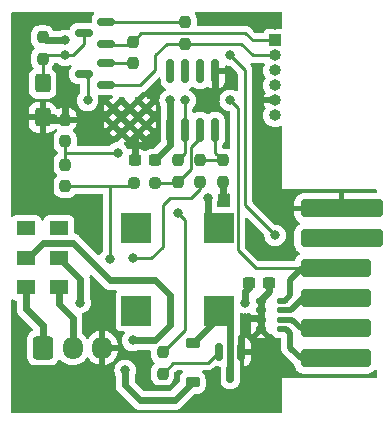
<source format=gbl>
%TF.GenerationSoftware,KiCad,Pcbnew,7.0.5-7.0.5~ubuntu22.04.1*%
%TF.CreationDate,2023-06-05T10:06:39+02:00*%
%TF.ProjectId,BatMon,4261744d-6f6e-42e6-9b69-6361645f7063,rev?*%
%TF.SameCoordinates,Original*%
%TF.FileFunction,Copper,L4,Bot*%
%TF.FilePolarity,Positive*%
%FSLAX46Y46*%
G04 Gerber Fmt 4.6, Leading zero omitted, Abs format (unit mm)*
G04 Created by KiCad (PCBNEW 7.0.5-7.0.5~ubuntu22.04.1) date 2023-06-05 10:06:39*
%MOMM*%
%LPD*%
G01*
G04 APERTURE LIST*
G04 Aperture macros list*
%AMRoundRect*
0 Rectangle with rounded corners*
0 $1 Rounding radius*
0 $2 $3 $4 $5 $6 $7 $8 $9 X,Y pos of 4 corners*
0 Add a 4 corners polygon primitive as box body*
4,1,4,$2,$3,$4,$5,$6,$7,$8,$9,$2,$3,0*
0 Add four circle primitives for the rounded corners*
1,1,$1+$1,$2,$3*
1,1,$1+$1,$4,$5*
1,1,$1+$1,$6,$7*
1,1,$1+$1,$8,$9*
0 Add four rect primitives between the rounded corners*
20,1,$1+$1,$2,$3,$4,$5,0*
20,1,$1+$1,$4,$5,$6,$7,0*
20,1,$1+$1,$6,$7,$8,$9,0*
20,1,$1+$1,$8,$9,$2,$3,0*%
G04 Aperture macros list end*
%TA.AperFunction,HeatsinkPad*%
%ADD10C,0.600000*%
%TD*%
%TA.AperFunction,ComponentPad*%
%ADD11RoundRect,0.400000X3.100000X-0.400000X3.100000X0.400000X-3.100000X0.400000X-3.100000X-0.400000X0*%
%TD*%
%TA.AperFunction,ComponentPad*%
%ADD12RoundRect,0.400000X2.600000X-0.400000X2.600000X0.400000X-2.600000X0.400000X-2.600000X-0.400000X0*%
%TD*%
%TA.AperFunction,ComponentPad*%
%ADD13R,1.000000X1.000000*%
%TD*%
%TA.AperFunction,ComponentPad*%
%ADD14O,1.000000X1.000000*%
%TD*%
%TA.AperFunction,ComponentPad*%
%ADD15RoundRect,0.250000X-0.600000X-0.725000X0.600000X-0.725000X0.600000X0.725000X-0.600000X0.725000X0*%
%TD*%
%TA.AperFunction,ComponentPad*%
%ADD16O,1.700000X1.950000*%
%TD*%
%TA.AperFunction,SMDPad,CuDef*%
%ADD17RoundRect,0.150000X0.587500X0.150000X-0.587500X0.150000X-0.587500X-0.150000X0.587500X-0.150000X0*%
%TD*%
%TA.AperFunction,SMDPad,CuDef*%
%ADD18RoundRect,0.237500X-0.237500X0.250000X-0.237500X-0.250000X0.237500X-0.250000X0.237500X0.250000X0*%
%TD*%
%TA.AperFunction,SMDPad,CuDef*%
%ADD19RoundRect,0.237500X0.237500X-0.250000X0.237500X0.250000X-0.237500X0.250000X-0.237500X-0.250000X0*%
%TD*%
%TA.AperFunction,SMDPad,CuDef*%
%ADD20RoundRect,0.237500X0.300000X0.237500X-0.300000X0.237500X-0.300000X-0.237500X0.300000X-0.237500X0*%
%TD*%
%TA.AperFunction,SMDPad,CuDef*%
%ADD21R,2.500000X2.500000*%
%TD*%
%TA.AperFunction,SMDPad,CuDef*%
%ADD22RoundRect,0.250000X-0.425000X0.537500X-0.425000X-0.537500X0.425000X-0.537500X0.425000X0.537500X0*%
%TD*%
%TA.AperFunction,SMDPad,CuDef*%
%ADD23R,1.600000X1.200000*%
%TD*%
%TA.AperFunction,SMDPad,CuDef*%
%ADD24RoundRect,0.150000X-0.150000X0.587500X-0.150000X-0.587500X0.150000X-0.587500X0.150000X0.587500X0*%
%TD*%
%TA.AperFunction,SMDPad,CuDef*%
%ADD25RoundRect,0.237500X-0.300000X-0.237500X0.300000X-0.237500X0.300000X0.237500X-0.300000X0.237500X0*%
%TD*%
%TA.AperFunction,SMDPad,CuDef*%
%ADD26RoundRect,0.237500X0.250000X0.237500X-0.250000X0.237500X-0.250000X-0.237500X0.250000X-0.237500X0*%
%TD*%
%TA.AperFunction,SMDPad,CuDef*%
%ADD27RoundRect,0.225000X0.375000X-0.225000X0.375000X0.225000X-0.375000X0.225000X-0.375000X-0.225000X0*%
%TD*%
%TA.AperFunction,SMDPad,CuDef*%
%ADD28RoundRect,0.125000X0.275000X0.125000X-0.275000X0.125000X-0.275000X-0.125000X0.275000X-0.125000X0*%
%TD*%
%TA.AperFunction,SMDPad,CuDef*%
%ADD29RoundRect,0.150000X-0.150000X0.825000X-0.150000X-0.825000X0.150000X-0.825000X0.150000X0.825000X0*%
%TD*%
%TA.AperFunction,ViaPad*%
%ADD30C,0.800000*%
%TD*%
%TA.AperFunction,Conductor*%
%ADD31C,0.600000*%
%TD*%
%TA.AperFunction,Conductor*%
%ADD32C,0.250000*%
%TD*%
%TA.AperFunction,Conductor*%
%ADD33C,0.500000*%
%TD*%
G04 APERTURE END LIST*
D10*
X129180000Y-64170000D03*
X129180000Y-65570000D03*
X129880000Y-63470000D03*
X129880000Y-64870000D03*
X129880000Y-66270000D03*
X130555000Y-64170000D03*
X130555000Y-65570000D03*
X131280000Y-63470000D03*
X131280000Y-64870000D03*
X131280000Y-66270000D03*
X131980000Y-64170000D03*
X131980000Y-65570000D03*
D11*
X148500000Y-72650000D03*
X148500000Y-75190000D03*
D12*
X148000000Y-77730000D03*
X148000000Y-80270000D03*
X148000000Y-82810000D03*
X148000000Y-85350000D03*
D13*
X142875000Y-58420000D03*
D14*
X142875000Y-59690000D03*
X142875000Y-60960000D03*
X142875000Y-62230000D03*
X142875000Y-63500000D03*
X142875000Y-64770000D03*
D15*
X123230000Y-84455000D03*
D16*
X125730000Y-84455000D03*
X128230000Y-84455000D03*
D17*
X128572500Y-56835000D03*
X128572500Y-58735000D03*
X126697500Y-57785000D03*
D18*
X138430000Y-68580000D03*
X138430000Y-70405000D03*
D19*
X125095000Y-66952500D03*
X125095000Y-65127500D03*
D20*
X132715000Y-68580000D03*
X130990000Y-68580000D03*
D21*
X138120000Y-74295000D03*
X138120000Y-81295000D03*
X131120000Y-81295000D03*
X131120000Y-74295000D03*
D17*
X128572500Y-60330000D03*
X128572500Y-62230000D03*
X126697500Y-61280000D03*
D19*
X125095000Y-70762500D03*
X125095000Y-68937500D03*
D22*
X123190000Y-62062500D03*
X123190000Y-64937500D03*
D23*
X124590000Y-79335000D03*
X124590000Y-76835000D03*
X124590000Y-74335000D03*
X121790000Y-79335000D03*
X121790000Y-76835000D03*
X121790000Y-74335000D03*
D18*
X134620000Y-68580000D03*
X134620000Y-70405000D03*
D24*
X138115000Y-84787500D03*
X140015000Y-84787500D03*
X139065000Y-86662500D03*
D25*
X140637500Y-79000000D03*
X142362500Y-79000000D03*
D26*
X132715000Y-70485000D03*
X130890000Y-70485000D03*
D27*
X135890000Y-87375000D03*
X135890000Y-84075000D03*
D19*
X130810000Y-60348500D03*
X130810000Y-58523500D03*
X133350000Y-86637500D03*
X133350000Y-84812500D03*
D28*
X143500000Y-80480000D03*
X143500000Y-81280000D03*
X143500000Y-82080000D03*
X143500000Y-82880000D03*
X141700000Y-82880000D03*
X141700000Y-82080000D03*
X141700000Y-81280000D03*
X141700000Y-80480000D03*
D18*
X135255000Y-56872500D03*
X135255000Y-58697500D03*
D19*
X123190000Y-59967500D03*
X123190000Y-58142500D03*
D18*
X136525000Y-68580000D03*
X136525000Y-70405000D03*
D29*
X133985000Y-61025000D03*
X135255000Y-61025000D03*
X136525000Y-61025000D03*
X137795000Y-61025000D03*
X137795000Y-65975000D03*
X136525000Y-65975000D03*
X135255000Y-65975000D03*
X133985000Y-65975000D03*
D30*
X133985000Y-63500000D03*
X140335000Y-80645000D03*
X130175000Y-86360000D03*
X137160000Y-71755000D03*
X125095000Y-58420000D03*
X128905000Y-76924500D03*
X130810000Y-76835000D03*
X139065000Y-59690000D03*
X142875000Y-74930000D03*
X139065000Y-63500000D03*
X125095000Y-59690000D03*
X134620000Y-73025000D03*
X135255000Y-63500000D03*
X129540000Y-67945000D03*
X126365000Y-73025000D03*
X137795000Y-63500000D03*
X121285000Y-61595000D03*
X140970000Y-75565000D03*
X142875000Y-57150000D03*
X125095000Y-57150000D03*
X140335000Y-81915000D03*
X125095000Y-63500000D03*
X138430000Y-71755000D03*
X126365000Y-80645000D03*
X130810000Y-83820000D03*
X127000000Y-63500000D03*
D31*
X123467500Y-58420000D02*
X123190000Y-58142500D01*
X140335000Y-79665000D02*
X140335000Y-80645000D01*
X137160000Y-73335000D02*
X137160000Y-71755000D01*
X138120000Y-74295000D02*
X137160000Y-73335000D01*
X125095000Y-58420000D02*
X123467500Y-58420000D01*
X140637500Y-79000000D02*
X140637500Y-79362500D01*
X133985000Y-67310000D02*
X132715000Y-68580000D01*
X140637500Y-79362500D02*
X140335000Y-79665000D01*
X134365000Y-88900000D02*
X135890000Y-87375000D01*
X131445000Y-88900000D02*
X134365000Y-88900000D01*
X133985000Y-65975000D02*
X133985000Y-67310000D01*
X130175000Y-86360000D02*
X130175000Y-87630000D01*
X133985000Y-65975000D02*
X133985000Y-63500000D01*
X130175000Y-87630000D02*
X131445000Y-88900000D01*
X139065000Y-86662500D02*
X139065000Y-82240000D01*
X138120000Y-81845000D02*
X135890000Y-84075000D01*
X139065000Y-82240000D02*
X138120000Y-81295000D01*
X138120000Y-81295000D02*
X138120000Y-81845000D01*
D32*
X130612500Y-70762500D02*
X128905000Y-70762500D01*
X128905000Y-76924500D02*
X128905000Y-70762500D01*
X130890000Y-70485000D02*
X130612500Y-70762500D01*
X128905000Y-70762500D02*
X125095000Y-70762500D01*
X130810000Y-76835000D02*
X132397500Y-76835000D01*
X132397500Y-76835000D02*
X133350000Y-75882500D01*
X136525000Y-70975000D02*
X136525000Y-70405000D01*
X135745000Y-71755000D02*
X136525000Y-70975000D01*
X133985000Y-71755000D02*
X135745000Y-71755000D01*
X133350000Y-72390000D02*
X133985000Y-71755000D01*
X133350000Y-75882500D02*
X133350000Y-72390000D01*
X140335000Y-72390000D02*
X140335000Y-60960000D01*
D33*
X144250000Y-81280000D02*
X145260000Y-80270000D01*
D32*
X140335000Y-60960000D02*
X139065000Y-59690000D01*
D33*
X145260000Y-80270000D02*
X146000000Y-80270000D01*
D32*
X142875000Y-74930000D02*
X140335000Y-72390000D01*
D33*
X143500000Y-81280000D02*
X144250000Y-81280000D01*
X144145000Y-80010000D02*
X144145000Y-78740000D01*
X143500000Y-80480000D02*
X143675000Y-80480000D01*
X146000000Y-77730000D02*
X145155000Y-77730000D01*
D32*
X146000000Y-77730000D02*
X141230000Y-77730000D01*
D33*
X144145000Y-78740000D02*
X145155000Y-77730000D01*
D32*
X139700000Y-64135000D02*
X139065000Y-63500000D01*
X141230000Y-77730000D02*
X139700000Y-76200000D01*
D33*
X143675000Y-80480000D02*
X144145000Y-80010000D01*
D32*
X139700000Y-76200000D02*
X139700000Y-64135000D01*
X125095000Y-59690000D02*
X123467500Y-59690000D01*
X123467500Y-59690000D02*
X123190000Y-59967500D01*
X123190000Y-62062500D02*
X123190000Y-59967500D01*
X125095000Y-59690000D02*
X125730000Y-59690000D01*
X125730000Y-59690000D02*
X126697500Y-58722500D01*
X126697500Y-58722500D02*
X126697500Y-57785000D01*
X132715000Y-59690000D02*
X133707500Y-58697500D01*
X133707500Y-58697500D02*
X139977500Y-58697500D01*
X131445000Y-62230000D02*
X132715000Y-60960000D01*
X139977500Y-58697500D02*
X140970000Y-59690000D01*
X132715000Y-60960000D02*
X132715000Y-59690000D01*
X128572500Y-62230000D02*
X131445000Y-62230000D01*
X140970000Y-59690000D02*
X142875000Y-59690000D01*
X138097500Y-84787500D02*
X138115000Y-84787500D01*
X134262500Y-85725000D02*
X137160000Y-85725000D01*
X137160000Y-85725000D02*
X138097500Y-84787500D01*
X133350000Y-86637500D02*
X134262500Y-85725000D01*
X135725000Y-69300000D02*
X135725000Y-67475000D01*
X134620000Y-70405000D02*
X135725000Y-69300000D01*
X134540000Y-70485000D02*
X134620000Y-70405000D01*
X136525000Y-66675000D02*
X136525000Y-65975000D01*
X135725000Y-67475000D02*
X136525000Y-66675000D01*
X132715000Y-70485000D02*
X134540000Y-70485000D01*
X135255000Y-74930000D02*
X135255000Y-73660000D01*
X133350000Y-84812500D02*
X135255000Y-82907500D01*
X135255000Y-82907500D02*
X135255000Y-74930000D01*
X135255000Y-73660000D02*
X134620000Y-73025000D01*
X137795000Y-67945000D02*
X138430000Y-68580000D01*
X137795000Y-65975000D02*
X137795000Y-67945000D01*
X138430000Y-68580000D02*
X136525000Y-68580000D01*
X135255000Y-63500000D02*
X135255000Y-67945000D01*
X135255000Y-67945000D02*
X134620000Y-68580000D01*
X125095000Y-67945000D02*
X125095000Y-66952500D01*
X125095000Y-68937500D02*
X125095000Y-67945000D01*
X125095000Y-67945000D02*
X129540000Y-67945000D01*
D31*
X141700000Y-82080000D02*
X141535000Y-81915000D01*
X125095000Y-65127500D02*
X123380000Y-65127500D01*
X140335000Y-83185000D02*
X140335000Y-81915000D01*
X140015000Y-83505000D02*
X140335000Y-83185000D01*
X137795000Y-61025000D02*
X137795000Y-63500000D01*
X141700000Y-80300000D02*
X142362500Y-79637500D01*
X142362500Y-79637500D02*
X142362500Y-79000000D01*
X130990000Y-68580000D02*
X130990000Y-66560000D01*
X141535000Y-81915000D02*
X140335000Y-81915000D01*
X141700000Y-80480000D02*
X141700000Y-80300000D01*
X123380000Y-65127500D02*
X123190000Y-64937500D01*
X141700000Y-82880000D02*
X141700000Y-80480000D01*
X125095000Y-65127500D02*
X125095000Y-63500000D01*
X130990000Y-66560000D02*
X131280000Y-66270000D01*
X140015000Y-84787500D02*
X140015000Y-83505000D01*
X138430000Y-71755000D02*
X138430000Y-70405000D01*
X121790000Y-79335000D02*
X121790000Y-81150000D01*
X121790000Y-81150000D02*
X123190000Y-82550000D01*
D33*
X144145000Y-83185000D02*
X144145000Y-84455000D01*
X143500000Y-82880000D02*
X143840000Y-82880000D01*
X145040000Y-85350000D02*
X146000000Y-85350000D01*
X143840000Y-82880000D02*
X144145000Y-83185000D01*
X144145000Y-84455000D02*
X145040000Y-85350000D01*
D31*
X123190000Y-84415000D02*
X123230000Y-84455000D01*
X123190000Y-82550000D02*
X123190000Y-84415000D01*
D33*
X145040000Y-82810000D02*
X146000000Y-82810000D01*
D31*
X124590000Y-79335000D02*
X124590000Y-80775000D01*
D33*
X143500000Y-82080000D02*
X144310000Y-82080000D01*
X144310000Y-82080000D02*
X145040000Y-82810000D01*
D31*
X124590000Y-80775000D02*
X125730000Y-81915000D01*
X125730000Y-81915000D02*
X125730000Y-84455000D01*
X126365000Y-80645000D02*
X126365000Y-78610000D01*
X126365000Y-78610000D02*
X124590000Y-76835000D01*
X132715000Y-83820000D02*
X130810000Y-83820000D01*
X128905000Y-78740000D02*
X132715000Y-78740000D01*
X121920000Y-76835000D02*
X121790000Y-76835000D01*
X133985000Y-82550000D02*
X132715000Y-83820000D01*
X125730000Y-75565000D02*
X128905000Y-78740000D01*
X123190000Y-75565000D02*
X121920000Y-76835000D01*
X133985000Y-80010000D02*
X133985000Y-82550000D01*
X132715000Y-78740000D02*
X133985000Y-80010000D01*
X125730000Y-75565000D02*
X123190000Y-75565000D01*
D32*
X131548500Y-57785000D02*
X130810000Y-58523500D01*
X140335000Y-57785000D02*
X131548500Y-57785000D01*
X140970000Y-58420000D02*
X140335000Y-57785000D01*
X142875000Y-58420000D02*
X140970000Y-58420000D01*
X130810000Y-58777500D02*
X128615000Y-58777500D01*
X128615000Y-58777500D02*
X128572500Y-58735000D01*
X135255000Y-56872500D02*
X128610000Y-56872500D01*
X128610000Y-56872500D02*
X128572500Y-56835000D01*
X128572500Y-60330000D02*
X130537500Y-60330000D01*
X130537500Y-60330000D02*
X130810000Y-60602500D01*
X127000000Y-61582500D02*
X126697500Y-61280000D01*
X127000000Y-63500000D02*
X127000000Y-61582500D01*
%TA.AperFunction,Conductor*%
G36*
X127343682Y-78313707D02*
G01*
X127361162Y-78328240D01*
X128275184Y-79242262D01*
X128402738Y-79369816D01*
X128431285Y-79387753D01*
X128438089Y-79392028D01*
X128443765Y-79396055D01*
X128476411Y-79422090D01*
X128476412Y-79422091D01*
X128497548Y-79432269D01*
X128514035Y-79440208D01*
X128520112Y-79443567D01*
X128537635Y-79454577D01*
X128555477Y-79465789D01*
X128594891Y-79479581D01*
X128601320Y-79482244D01*
X128638941Y-79500361D01*
X128679641Y-79509650D01*
X128686328Y-79511576D01*
X128725742Y-79525367D01*
X128725745Y-79525368D01*
X128767241Y-79530043D01*
X128774093Y-79531207D01*
X128814806Y-79540500D01*
X128860046Y-79540500D01*
X129374742Y-79540500D01*
X129441781Y-79560185D01*
X129487536Y-79612989D01*
X129497480Y-79682147D01*
X129474008Y-79738810D01*
X129452322Y-79767778D01*
X129426204Y-79802668D01*
X129426202Y-79802671D01*
X129375908Y-79937517D01*
X129369501Y-79997116D01*
X129369500Y-79997135D01*
X129369500Y-82592870D01*
X129369501Y-82592876D01*
X129375908Y-82652483D01*
X129426202Y-82787328D01*
X129426206Y-82787335D01*
X129512452Y-82902544D01*
X129512455Y-82902547D01*
X129627664Y-82988793D01*
X129627671Y-82988797D01*
X129637742Y-82992553D01*
X129762517Y-83039091D01*
X129822127Y-83045500D01*
X130017113Y-83045499D01*
X130084151Y-83065183D01*
X130129906Y-83117987D01*
X130139850Y-83187145D01*
X130110825Y-83250701D01*
X130109263Y-83252470D01*
X130077466Y-83287785D01*
X129982821Y-83451715D01*
X129982818Y-83451722D01*
X129924730Y-83630500D01*
X129924326Y-83631744D01*
X129904540Y-83820000D01*
X129924326Y-84008256D01*
X129926292Y-84014309D01*
X129982818Y-84188277D01*
X129982821Y-84188284D01*
X130077467Y-84352216D01*
X130163449Y-84447708D01*
X130204129Y-84492888D01*
X130357265Y-84604148D01*
X130357270Y-84604151D01*
X130530192Y-84681142D01*
X130530197Y-84681144D01*
X130715354Y-84720500D01*
X130715355Y-84720500D01*
X130904644Y-84720500D01*
X130904646Y-84720500D01*
X131089803Y-84681144D01*
X131149980Y-84654351D01*
X131201931Y-84631221D01*
X131252367Y-84620500D01*
X132250500Y-84620500D01*
X132317539Y-84640185D01*
X132363294Y-84692989D01*
X132374500Y-84744500D01*
X132374500Y-85111669D01*
X132374501Y-85111687D01*
X132384825Y-85212752D01*
X132411738Y-85293967D01*
X132439092Y-85376516D01*
X132529660Y-85523350D01*
X132624415Y-85618105D01*
X132643629Y-85637319D01*
X132677113Y-85698642D01*
X132672129Y-85768334D01*
X132643629Y-85812681D01*
X132529659Y-85926651D01*
X132439093Y-86073481D01*
X132439091Y-86073486D01*
X132438759Y-86074488D01*
X132384826Y-86237247D01*
X132384826Y-86237248D01*
X132384825Y-86237248D01*
X132374500Y-86338315D01*
X132374500Y-86936669D01*
X132374501Y-86936687D01*
X132384825Y-87037752D01*
X132405998Y-87101647D01*
X132439092Y-87201516D01*
X132529660Y-87348350D01*
X132651650Y-87470340D01*
X132798484Y-87560908D01*
X132962247Y-87615174D01*
X133063323Y-87625500D01*
X133636676Y-87625499D01*
X133636684Y-87625498D01*
X133636687Y-87625498D01*
X133692030Y-87619844D01*
X133737753Y-87615174D01*
X133901516Y-87560908D01*
X134048350Y-87470340D01*
X134170340Y-87348350D01*
X134260908Y-87201516D01*
X134315174Y-87037753D01*
X134325500Y-86936677D01*
X134325499Y-86597952D01*
X134345183Y-86530914D01*
X134361813Y-86510277D01*
X134485273Y-86386817D01*
X134546595Y-86353334D01*
X134572953Y-86350500D01*
X134991985Y-86350500D01*
X135059024Y-86370185D01*
X135104779Y-86422989D01*
X135114723Y-86492147D01*
X135085698Y-86555703D01*
X135066923Y-86571666D01*
X135067623Y-86572551D01*
X135061955Y-86577032D01*
X134942032Y-86696955D01*
X134942029Y-86696959D01*
X134853001Y-86841294D01*
X134852996Y-86841305D01*
X134799651Y-87002290D01*
X134789500Y-87101647D01*
X134789500Y-87292060D01*
X134769815Y-87359099D01*
X134753181Y-87379741D01*
X134069741Y-88063181D01*
X134008418Y-88096666D01*
X133982060Y-88099500D01*
X131827940Y-88099500D01*
X131760901Y-88079815D01*
X131740259Y-88063181D01*
X131011819Y-87334741D01*
X130978334Y-87273418D01*
X130975500Y-87247060D01*
X130975500Y-86807718D01*
X130992112Y-86745720D01*
X131002179Y-86728284D01*
X131060674Y-86548256D01*
X131080460Y-86360000D01*
X131060674Y-86171744D01*
X131002179Y-85991716D01*
X130907533Y-85827784D01*
X130780871Y-85687112D01*
X130780870Y-85687111D01*
X130627734Y-85575851D01*
X130627729Y-85575848D01*
X130454807Y-85498857D01*
X130454802Y-85498855D01*
X130309001Y-85467865D01*
X130269646Y-85459500D01*
X130080354Y-85459500D01*
X130047897Y-85466398D01*
X129895197Y-85498855D01*
X129895192Y-85498857D01*
X129722270Y-85575848D01*
X129722265Y-85575851D01*
X129569129Y-85687111D01*
X129442466Y-85827785D01*
X129347821Y-85991715D01*
X129347818Y-85991722D01*
X129289327Y-86171740D01*
X129289326Y-86171744D01*
X129275466Y-86303617D01*
X129270539Y-86350499D01*
X129269540Y-86360000D01*
X129289326Y-86548256D01*
X129289327Y-86548259D01*
X129347818Y-86728277D01*
X129347819Y-86728279D01*
X129347821Y-86728284D01*
X129357887Y-86745720D01*
X129374500Y-86807718D01*
X129374500Y-87720191D01*
X129374501Y-87720200D01*
X129383791Y-87760908D01*
X129384955Y-87767763D01*
X129389632Y-87809259D01*
X129403420Y-87848662D01*
X129405345Y-87855345D01*
X129414639Y-87896061D01*
X129432759Y-87933688D01*
X129435421Y-87940114D01*
X129449212Y-87979525D01*
X129471422Y-88014872D01*
X129474787Y-88020959D01*
X129492910Y-88058589D01*
X129518940Y-88091229D01*
X129522966Y-88096904D01*
X129545182Y-88132259D01*
X129545184Y-88132262D01*
X129577173Y-88164251D01*
X129577174Y-88164252D01*
X130815184Y-89402262D01*
X130942738Y-89529816D01*
X130978089Y-89552028D01*
X130983765Y-89556055D01*
X131016411Y-89582090D01*
X131016412Y-89582091D01*
X131037548Y-89592269D01*
X131054035Y-89600208D01*
X131060112Y-89603567D01*
X131077635Y-89614577D01*
X131095477Y-89625789D01*
X131134891Y-89639581D01*
X131141320Y-89642244D01*
X131178941Y-89660361D01*
X131219641Y-89669650D01*
X131226328Y-89671576D01*
X131265742Y-89685367D01*
X131265745Y-89685368D01*
X131307241Y-89690043D01*
X131314093Y-89691207D01*
X131354806Y-89700500D01*
X131354808Y-89700500D01*
X134455194Y-89700500D01*
X134495903Y-89691208D01*
X134502760Y-89690043D01*
X134544255Y-89685368D01*
X134583680Y-89671571D01*
X134590321Y-89669658D01*
X134631061Y-89660360D01*
X134668693Y-89642236D01*
X134675105Y-89639580D01*
X134714522Y-89625789D01*
X134749889Y-89603565D01*
X134755961Y-89600209D01*
X134793587Y-89582091D01*
X134826236Y-89556052D01*
X134831895Y-89552037D01*
X134867262Y-89529816D01*
X134994816Y-89402262D01*
X134994816Y-89402261D01*
X136035258Y-88361817D01*
X136096581Y-88328333D01*
X136122939Y-88325499D01*
X136313338Y-88325499D01*
X136313344Y-88325499D01*
X136313352Y-88325498D01*
X136313355Y-88325498D01*
X136367760Y-88319940D01*
X136412708Y-88315349D01*
X136573697Y-88262003D01*
X136718044Y-88172968D01*
X136837968Y-88053044D01*
X136927003Y-87908697D01*
X136980349Y-87747708D01*
X136990500Y-87648345D01*
X136990499Y-87101656D01*
X136980349Y-87002292D01*
X136927003Y-86841303D01*
X136926999Y-86841297D01*
X136926998Y-86841294D01*
X136837970Y-86696959D01*
X136837967Y-86696955D01*
X136718044Y-86577032D01*
X136712377Y-86572551D01*
X136714159Y-86570297D01*
X136676199Y-86528103D01*
X136664970Y-86459142D01*
X136692806Y-86395057D01*
X136750871Y-86356194D01*
X136788015Y-86350500D01*
X137077257Y-86350500D01*
X137092877Y-86352224D01*
X137092904Y-86351939D01*
X137100666Y-86352673D01*
X137100666Y-86352672D01*
X137100667Y-86352673D01*
X137103999Y-86352568D01*
X137168847Y-86350531D01*
X137170794Y-86350500D01*
X137199347Y-86350500D01*
X137199350Y-86350500D01*
X137206228Y-86349630D01*
X137212041Y-86349172D01*
X137258627Y-86347709D01*
X137277869Y-86342117D01*
X137296912Y-86338174D01*
X137316792Y-86335664D01*
X137360122Y-86318507D01*
X137365646Y-86316617D01*
X137369396Y-86315527D01*
X137410390Y-86303618D01*
X137427629Y-86293422D01*
X137445103Y-86284862D01*
X137463727Y-86277488D01*
X137463727Y-86277487D01*
X137463732Y-86277486D01*
X137501449Y-86250082D01*
X137506305Y-86246892D01*
X137546420Y-86223170D01*
X137560589Y-86208999D01*
X137575379Y-86196368D01*
X137591587Y-86184594D01*
X137621299Y-86148676D01*
X137625212Y-86144376D01*
X137721126Y-86048462D01*
X137782447Y-86014979D01*
X137843400Y-86017068D01*
X137862431Y-86022598D01*
X137899306Y-86025500D01*
X138140500Y-86025500D01*
X138207539Y-86045185D01*
X138253294Y-86097989D01*
X138264500Y-86149500D01*
X138264500Y-87315701D01*
X138267401Y-87352567D01*
X138267402Y-87352573D01*
X138313254Y-87510393D01*
X138313255Y-87510396D01*
X138396917Y-87651862D01*
X138396923Y-87651870D01*
X138513129Y-87768076D01*
X138513133Y-87768079D01*
X138513135Y-87768081D01*
X138654602Y-87851744D01*
X138666997Y-87855345D01*
X138812426Y-87897597D01*
X138812429Y-87897597D01*
X138812431Y-87897598D01*
X138849306Y-87900500D01*
X138849314Y-87900500D01*
X139280686Y-87900500D01*
X139280694Y-87900500D01*
X139317569Y-87897598D01*
X139317571Y-87897597D01*
X139317573Y-87897597D01*
X139359191Y-87885505D01*
X139475398Y-87851744D01*
X139616865Y-87768081D01*
X139733081Y-87651865D01*
X139816744Y-87510398D01*
X139862598Y-87352569D01*
X139865500Y-87315694D01*
X139865500Y-86009306D01*
X139865500Y-85037500D01*
X140265000Y-85037500D01*
X140265000Y-86022295D01*
X140265001Y-86022295D01*
X140267486Y-86022100D01*
X140425198Y-85976281D01*
X140566552Y-85892685D01*
X140566561Y-85892678D01*
X140682678Y-85776561D01*
X140682685Y-85776552D01*
X140766282Y-85635196D01*
X140766283Y-85635193D01*
X140812099Y-85477495D01*
X140812100Y-85477489D01*
X140814999Y-85440649D01*
X140815000Y-85440634D01*
X140815000Y-85037500D01*
X140265000Y-85037500D01*
X139865500Y-85037500D01*
X139865500Y-83552703D01*
X140265000Y-83552703D01*
X140265000Y-84537500D01*
X140815000Y-84537500D01*
X140815000Y-84134365D01*
X140814999Y-84134350D01*
X140812100Y-84097510D01*
X140812099Y-84097504D01*
X140766283Y-83939806D01*
X140766282Y-83939803D01*
X140682685Y-83798447D01*
X140682678Y-83798438D01*
X140566561Y-83682321D01*
X140566552Y-83682314D01*
X140465722Y-83622684D01*
X141310868Y-83622684D01*
X141326446Y-83627210D01*
X141326452Y-83627211D01*
X141361881Y-83629999D01*
X141361894Y-83630000D01*
X142038106Y-83630000D01*
X142038118Y-83629999D01*
X142073546Y-83627211D01*
X142089129Y-83622683D01*
X141700001Y-83233553D01*
X141700000Y-83233553D01*
X141310868Y-83622683D01*
X141310868Y-83622684D01*
X140465722Y-83622684D01*
X140425196Y-83598717D01*
X140425193Y-83598716D01*
X140267494Y-83552900D01*
X140267497Y-83552900D01*
X140265000Y-83552703D01*
X139865500Y-83552703D01*
X139865500Y-82642698D01*
X139865856Y-82636066D01*
X139870499Y-82592881D01*
X139870500Y-82592873D01*
X139870499Y-81614853D01*
X139890183Y-81547815D01*
X139942987Y-81502060D01*
X140012146Y-81492116D01*
X140044933Y-81501574D01*
X140055197Y-81506144D01*
X140240354Y-81545500D01*
X140240355Y-81545500D01*
X140429644Y-81545500D01*
X140429646Y-81545500D01*
X140614803Y-81506144D01*
X140625563Y-81501352D01*
X140652070Y-81489552D01*
X140721320Y-81480267D01*
X140784597Y-81509895D01*
X140821582Y-81568235D01*
X140844002Y-81645403D01*
X140844002Y-81714594D01*
X140802789Y-81856446D01*
X140802788Y-81856452D01*
X140800000Y-81891881D01*
X140800000Y-82268118D01*
X140802788Y-82303547D01*
X140844002Y-82445406D01*
X140844002Y-82514594D01*
X140802788Y-82656452D01*
X140800000Y-82691881D01*
X140800000Y-83068118D01*
X140802788Y-83103547D01*
X140802789Y-83103553D01*
X140846843Y-83255185D01*
X140846844Y-83255188D01*
X140893079Y-83333367D01*
X141612318Y-82614128D01*
X141673641Y-82580643D01*
X141743332Y-82585627D01*
X141787680Y-82614128D01*
X142506919Y-83333367D01*
X142519994Y-83331715D01*
X142544045Y-83309260D01*
X142612786Y-83296756D01*
X142677376Y-83323401D01*
X142706440Y-83356943D01*
X142726827Y-83391416D01*
X142726834Y-83391425D01*
X142838574Y-83503165D01*
X142838578Y-83503168D01*
X142838580Y-83503170D01*
X142974610Y-83583618D01*
X143126373Y-83627709D01*
X143161837Y-83630500D01*
X143270500Y-83630499D01*
X143337539Y-83650183D01*
X143383294Y-83702987D01*
X143394500Y-83754499D01*
X143394500Y-84391294D01*
X143393191Y-84409263D01*
X143389710Y-84433025D01*
X143394264Y-84485064D01*
X143394500Y-84490470D01*
X143394500Y-84498712D01*
X143398202Y-84530391D01*
X143398386Y-84532185D01*
X143405000Y-84607792D01*
X143406461Y-84614867D01*
X143406403Y-84614878D01*
X143408034Y-84622237D01*
X143408092Y-84622224D01*
X143409757Y-84629249D01*
X143409758Y-84629254D01*
X143409759Y-84629255D01*
X143432955Y-84692989D01*
X143435708Y-84700551D01*
X143436299Y-84702253D01*
X143460182Y-84774326D01*
X143463236Y-84780874D01*
X143463182Y-84780898D01*
X143466470Y-84787688D01*
X143466521Y-84787663D01*
X143469761Y-84794113D01*
X143469762Y-84794114D01*
X143469763Y-84794117D01*
X143511494Y-84857567D01*
X143512443Y-84859058D01*
X143552289Y-84923657D01*
X143556766Y-84929319D01*
X143556719Y-84929356D01*
X143561482Y-84935202D01*
X143561528Y-84935164D01*
X143566173Y-84940699D01*
X143621365Y-84992770D01*
X143622659Y-84994027D01*
X144464269Y-85835637D01*
X144476044Y-85849261D01*
X144490390Y-85868530D01*
X144490391Y-85868531D01*
X144490442Y-85868599D01*
X144510755Y-85910556D01*
X144554680Y-86074488D01*
X144571408Y-86107318D01*
X144640614Y-86243146D01*
X144681331Y-86293426D01*
X144759743Y-86390257D01*
X144802031Y-86424501D01*
X144906853Y-86509385D01*
X144990371Y-86551938D01*
X145075512Y-86595320D01*
X145258355Y-86644312D01*
X145336979Y-86650500D01*
X150663020Y-86650499D01*
X150741645Y-86644312D01*
X150924488Y-86595320D01*
X151056409Y-86528103D01*
X151093146Y-86509385D01*
X151093147Y-86509383D01*
X151093149Y-86509383D01*
X151240257Y-86390257D01*
X151279635Y-86341629D01*
X151337121Y-86301919D01*
X151406952Y-86299591D01*
X151466956Y-86335387D01*
X151498082Y-86397940D01*
X151500000Y-86419666D01*
X151500000Y-86876000D01*
X151480315Y-86943039D01*
X151427511Y-86988794D01*
X151376000Y-87000000D01*
X143500000Y-87000000D01*
X143500000Y-89876000D01*
X143480315Y-89943039D01*
X143427511Y-89988794D01*
X143376000Y-90000000D01*
X120624000Y-90000000D01*
X120556961Y-89980315D01*
X120511206Y-89927511D01*
X120500000Y-89876000D01*
X120500000Y-80441113D01*
X120519685Y-80374074D01*
X120572489Y-80328319D01*
X120641647Y-80318375D01*
X120698311Y-80341846D01*
X120747665Y-80378793D01*
X120747668Y-80378795D01*
X120747671Y-80378797D01*
X120882517Y-80429091D01*
X120890062Y-80430874D01*
X120889524Y-80433150D01*
X120943289Y-80455410D01*
X120983147Y-80512796D01*
X120989499Y-80551975D01*
X120989500Y-81059805D01*
X120989500Y-81240191D01*
X120989501Y-81240200D01*
X120998791Y-81280908D01*
X120999955Y-81287763D01*
X121004632Y-81329259D01*
X121018420Y-81368662D01*
X121020345Y-81375345D01*
X121029639Y-81416061D01*
X121047759Y-81453688D01*
X121050421Y-81460114D01*
X121064212Y-81499525D01*
X121086422Y-81534872D01*
X121089787Y-81540959D01*
X121107910Y-81578589D01*
X121133940Y-81611229D01*
X121137966Y-81616904D01*
X121160182Y-81652259D01*
X121160184Y-81652262D01*
X122350786Y-82842864D01*
X122384271Y-82904187D01*
X122379287Y-82973879D01*
X122337415Y-83029812D01*
X122315511Y-83042926D01*
X122310673Y-83045181D01*
X122161342Y-83137289D01*
X122037289Y-83261342D01*
X121945187Y-83410663D01*
X121945185Y-83410668D01*
X121929194Y-83458926D01*
X121890001Y-83577203D01*
X121890001Y-83577204D01*
X121890000Y-83577204D01*
X121879500Y-83679983D01*
X121879500Y-85230001D01*
X121879501Y-85230018D01*
X121890000Y-85332796D01*
X121890001Y-85332799D01*
X121935894Y-85471294D01*
X121945186Y-85499334D01*
X122037288Y-85648656D01*
X122161344Y-85772712D01*
X122310666Y-85864814D01*
X122477203Y-85919999D01*
X122579991Y-85930500D01*
X123880008Y-85930499D01*
X123982797Y-85919999D01*
X124149334Y-85864814D01*
X124298656Y-85772712D01*
X124422712Y-85648656D01*
X124514814Y-85499334D01*
X124514814Y-85499331D01*
X124518178Y-85493879D01*
X124570126Y-85447154D01*
X124639088Y-85435931D01*
X124703170Y-85463774D01*
X124711398Y-85471294D01*
X124858599Y-85618495D01*
X124901675Y-85648657D01*
X125052165Y-85754032D01*
X125052167Y-85754033D01*
X125052170Y-85754035D01*
X125266337Y-85853903D01*
X125494592Y-85915063D01*
X125671034Y-85930500D01*
X125729999Y-85935659D01*
X125730000Y-85935659D01*
X125730001Y-85935659D01*
X125788966Y-85930500D01*
X125965408Y-85915063D01*
X126193663Y-85853903D01*
X126407829Y-85754035D01*
X126601401Y-85618495D01*
X126768495Y-85451401D01*
X126878732Y-85293965D01*
X126933306Y-85250342D01*
X127002805Y-85243148D01*
X127065159Y-85274670D01*
X127081880Y-85293967D01*
X127191886Y-85451073D01*
X127191891Y-85451079D01*
X127358917Y-85618105D01*
X127552421Y-85753600D01*
X127766507Y-85853429D01*
X127766516Y-85853433D01*
X127980000Y-85910634D01*
X127979999Y-84863018D01*
X128094801Y-84915446D01*
X128196025Y-84930000D01*
X128263975Y-84930000D01*
X128365199Y-84915446D01*
X128479999Y-84863018D01*
X128479999Y-85910633D01*
X128693483Y-85853433D01*
X128693492Y-85853429D01*
X128907577Y-85753600D01*
X128907579Y-85753599D01*
X129101073Y-85618113D01*
X129101079Y-85618108D01*
X129268108Y-85451079D01*
X129268113Y-85451073D01*
X129403599Y-85257579D01*
X129403600Y-85257577D01*
X129503429Y-85043492D01*
X129503433Y-85043483D01*
X129564567Y-84815326D01*
X129564569Y-84815316D01*
X129574221Y-84705000D01*
X128633969Y-84705000D01*
X128666519Y-84654351D01*
X128705000Y-84523295D01*
X128705000Y-84386705D01*
X128666519Y-84255649D01*
X128633969Y-84205000D01*
X129574221Y-84205000D01*
X129564569Y-84094683D01*
X129564567Y-84094673D01*
X129503433Y-83866516D01*
X129503429Y-83866507D01*
X129403600Y-83652422D01*
X129403599Y-83652420D01*
X129268113Y-83458926D01*
X129268108Y-83458920D01*
X129101082Y-83291894D01*
X128907578Y-83156399D01*
X128693492Y-83056570D01*
X128693486Y-83056567D01*
X128480000Y-82999364D01*
X128479999Y-82999364D01*
X128479999Y-84046981D01*
X128365199Y-83994554D01*
X128263975Y-83980000D01*
X128196025Y-83980000D01*
X128094801Y-83994554D01*
X127979999Y-84046981D01*
X127979999Y-82999364D01*
X127766513Y-83056567D01*
X127766507Y-83056570D01*
X127552422Y-83156399D01*
X127552420Y-83156400D01*
X127358926Y-83291886D01*
X127358920Y-83291891D01*
X127191891Y-83458920D01*
X127191890Y-83458922D01*
X127081880Y-83616032D01*
X127027303Y-83659657D01*
X126957804Y-83666849D01*
X126895450Y-83635327D01*
X126878730Y-83616031D01*
X126768494Y-83458597D01*
X126601404Y-83291508D01*
X126601401Y-83291505D01*
X126583374Y-83278882D01*
X126539751Y-83224306D01*
X126530500Y-83177309D01*
X126530500Y-82504610D01*
X126530500Y-81870046D01*
X126530500Y-81870045D01*
X126530500Y-81824805D01*
X126521203Y-81784076D01*
X126520044Y-81777251D01*
X126515368Y-81735745D01*
X126501574Y-81696324D01*
X126499652Y-81689655D01*
X126494429Y-81666770D01*
X126498702Y-81597033D01*
X126540001Y-81540676D01*
X126589536Y-81517891D01*
X126644803Y-81506144D01*
X126817730Y-81429151D01*
X126970871Y-81317888D01*
X127097533Y-81177216D01*
X127192179Y-81013284D01*
X127250674Y-80833256D01*
X127270460Y-80645000D01*
X127250674Y-80456744D01*
X127192179Y-80276716D01*
X127192178Y-80276715D01*
X127192178Y-80276713D01*
X127182112Y-80259277D01*
X127165500Y-80197279D01*
X127165500Y-78519807D01*
X127165500Y-78519806D01*
X127156207Y-78479093D01*
X127155044Y-78472247D01*
X127150368Y-78430745D01*
X127150367Y-78430744D01*
X127150262Y-78429805D01*
X127162317Y-78360983D01*
X127209666Y-78309604D01*
X127277276Y-78291980D01*
X127343682Y-78313707D01*
G37*
%TD.AperFunction*%
%TA.AperFunction,Conductor*%
G36*
X142555539Y-78769685D02*
G01*
X142601294Y-78822489D01*
X142612500Y-78874000D01*
X142612500Y-79876088D01*
X142610895Y-79876088D01*
X142611543Y-79896386D01*
X142612500Y-79896386D01*
X142612500Y-79899319D01*
X142611720Y-79901972D01*
X142612249Y-79918531D01*
X142606783Y-79934852D01*
X142603064Y-79943832D01*
X142599823Y-79942489D01*
X142592815Y-79966358D01*
X142540011Y-80012113D01*
X142518094Y-80015456D01*
X141787680Y-80745871D01*
X141726357Y-80779356D01*
X141656665Y-80774372D01*
X141612318Y-80745871D01*
X141434127Y-80567680D01*
X141400642Y-80506357D01*
X141405626Y-80436665D01*
X141434127Y-80392318D01*
X142112500Y-79713945D01*
X142112500Y-78874000D01*
X142132185Y-78806961D01*
X142184989Y-78761206D01*
X142236500Y-78750000D01*
X142488500Y-78750000D01*
X142555539Y-78769685D01*
G37*
%TD.AperFunction*%
%TA.AperFunction,Conductor*%
G36*
X140883179Y-60315624D02*
G01*
X140883179Y-60315500D01*
X140890981Y-60315500D01*
X140911016Y-60315500D01*
X140930413Y-60317026D01*
X140950196Y-60320160D01*
X140996583Y-60315775D01*
X141002422Y-60315500D01*
X141878156Y-60315500D01*
X141945195Y-60335185D01*
X141990950Y-60387989D01*
X142000894Y-60457147D01*
X141987514Y-60497953D01*
X141946188Y-60575267D01*
X141946186Y-60575272D01*
X141946186Y-60575273D01*
X141934533Y-60613687D01*
X141888975Y-60763870D01*
X141869659Y-60960000D01*
X141888975Y-61156129D01*
X141888976Y-61156132D01*
X141943690Y-61336500D01*
X141946188Y-61344733D01*
X142039086Y-61518532D01*
X142042473Y-61523601D01*
X142040836Y-61524694D01*
X142064596Y-61580663D01*
X142052795Y-61649529D01*
X142042109Y-61666156D01*
X142042473Y-61666399D01*
X142039086Y-61671467D01*
X141946188Y-61845266D01*
X141888975Y-62033870D01*
X141869659Y-62230000D01*
X141888975Y-62426129D01*
X141888976Y-62426132D01*
X141945302Y-62611814D01*
X141946188Y-62614733D01*
X142039086Y-62788532D01*
X142042473Y-62793601D01*
X142040955Y-62794615D01*
X142064918Y-62851042D01*
X142053124Y-62919909D01*
X142042515Y-62936420D01*
X142042893Y-62936673D01*
X142039505Y-62941742D01*
X141946652Y-63115458D01*
X141905839Y-63249999D01*
X141905840Y-63250000D01*
X142660517Y-63250000D01*
X142589199Y-63334993D01*
X142550000Y-63442694D01*
X142550000Y-63557306D01*
X142589199Y-63665007D01*
X142660517Y-63750000D01*
X141905840Y-63750000D01*
X141946652Y-63884541D01*
X142039503Y-64058253D01*
X142042890Y-64063322D01*
X142041215Y-64064440D01*
X142064918Y-64120259D01*
X142053123Y-64189125D01*
X142042158Y-64206188D01*
X142042473Y-64206399D01*
X142039086Y-64211467D01*
X141946188Y-64385266D01*
X141888975Y-64573870D01*
X141869659Y-64770000D01*
X141888975Y-64966129D01*
X141888976Y-64966132D01*
X141924821Y-65084298D01*
X141946188Y-65154733D01*
X142039086Y-65328532D01*
X142039090Y-65328539D01*
X142164116Y-65480883D01*
X142316460Y-65605909D01*
X142316467Y-65605913D01*
X142490266Y-65698811D01*
X142490269Y-65698811D01*
X142490273Y-65698814D01*
X142678868Y-65756024D01*
X142875000Y-65775341D01*
X143071132Y-65756024D01*
X143259727Y-65698814D01*
X143317546Y-65667908D01*
X143385948Y-65653666D01*
X143451192Y-65678665D01*
X143492563Y-65734969D01*
X143500000Y-65777265D01*
X143500000Y-71000000D01*
X151376487Y-71030737D01*
X151443446Y-71050683D01*
X151488995Y-71103665D01*
X151500000Y-71154736D01*
X151500000Y-71226000D01*
X151480315Y-71293039D01*
X151427511Y-71338794D01*
X151376000Y-71350000D01*
X148750000Y-71350000D01*
X148750000Y-72776000D01*
X148730315Y-72843039D01*
X148677511Y-72888794D01*
X148626000Y-72900000D01*
X146166111Y-72900000D01*
X146205610Y-72875543D01*
X146273201Y-72786038D01*
X146303895Y-72678160D01*
X146293546Y-72566479D01*
X146243552Y-72466078D01*
X146171069Y-72400000D01*
X148250000Y-72400000D01*
X148250000Y-71350000D01*
X145337012Y-71350000D01*
X145258436Y-71356184D01*
X145258435Y-71356184D01*
X145075692Y-71405150D01*
X144907126Y-71491037D01*
X144907124Y-71491038D01*
X144760099Y-71610099D01*
X144641038Y-71757124D01*
X144641037Y-71757126D01*
X144555150Y-71925692D01*
X144506184Y-72108435D01*
X144506184Y-72108436D01*
X144500001Y-72187000D01*
X144500000Y-72187024D01*
X144500000Y-72400000D01*
X145833889Y-72400000D01*
X145794390Y-72424457D01*
X145726799Y-72513962D01*
X145696105Y-72621840D01*
X145706454Y-72733521D01*
X145756448Y-72833922D01*
X145828931Y-72900000D01*
X144500000Y-72900000D01*
X144500000Y-73112987D01*
X144506184Y-73191563D01*
X144506184Y-73191564D01*
X144555150Y-73374307D01*
X144641037Y-73542873D01*
X144641038Y-73542875D01*
X144760099Y-73689900D01*
X144907124Y-73808961D01*
X144907127Y-73808963D01*
X144907663Y-73809236D01*
X144907916Y-73809475D01*
X144912574Y-73812500D01*
X144912020Y-73813351D01*
X144958458Y-73857212D01*
X144975251Y-73925033D01*
X144952711Y-73991168D01*
X144911932Y-74026503D01*
X144912304Y-74027075D01*
X144908189Y-74029747D01*
X144907668Y-74030199D01*
X144906858Y-74030611D01*
X144906855Y-74030613D01*
X144759743Y-74149743D01*
X144640614Y-74296853D01*
X144554680Y-74465512D01*
X144505687Y-74648356D01*
X144505687Y-74648357D01*
X144499500Y-74726973D01*
X144499500Y-75653010D01*
X144499501Y-75653029D01*
X144505687Y-75731643D01*
X144531547Y-75828153D01*
X144554680Y-75914488D01*
X144558550Y-75922083D01*
X144640614Y-76083146D01*
X144679485Y-76131147D01*
X144759743Y-76230257D01*
X144891458Y-76336918D01*
X144906855Y-76349386D01*
X144907114Y-76349518D01*
X144907237Y-76349634D01*
X144912304Y-76352925D01*
X144911702Y-76353851D01*
X144957908Y-76397495D01*
X144974700Y-76465317D01*
X144952159Y-76531451D01*
X144911850Y-76566377D01*
X144912304Y-76567075D01*
X144907281Y-76570336D01*
X144907114Y-76570482D01*
X144906855Y-76570613D01*
X144759743Y-76689743D01*
X144640614Y-76836853D01*
X144554679Y-77005513D01*
X144552783Y-77012591D01*
X144516420Y-77072252D01*
X144453573Y-77102783D01*
X144433008Y-77104500D01*
X141540452Y-77104500D01*
X141473413Y-77084815D01*
X141452771Y-77068181D01*
X140361819Y-75977228D01*
X140328334Y-75915905D01*
X140325500Y-75889547D01*
X140325500Y-73564452D01*
X140345185Y-73497413D01*
X140397989Y-73451658D01*
X140467147Y-73441714D01*
X140530703Y-73470739D01*
X140537179Y-73476769D01*
X141317520Y-74257111D01*
X141936038Y-74875629D01*
X141969523Y-74936952D01*
X141971678Y-74950348D01*
X141975280Y-74984615D01*
X141989326Y-75118256D01*
X141989327Y-75118259D01*
X142047818Y-75298277D01*
X142047821Y-75298284D01*
X142142467Y-75462216D01*
X142183680Y-75507987D01*
X142269129Y-75602888D01*
X142422265Y-75714148D01*
X142422270Y-75714151D01*
X142595192Y-75791142D01*
X142595197Y-75791144D01*
X142780354Y-75830500D01*
X142780355Y-75830500D01*
X142969644Y-75830500D01*
X142969646Y-75830500D01*
X143154803Y-75791144D01*
X143327730Y-75714151D01*
X143480871Y-75602888D01*
X143607533Y-75462216D01*
X143702179Y-75298284D01*
X143760674Y-75118256D01*
X143780460Y-74930000D01*
X143760674Y-74741744D01*
X143702179Y-74561716D01*
X143607533Y-74397784D01*
X143480871Y-74257112D01*
X143480870Y-74257111D01*
X143327734Y-74145851D01*
X143327729Y-74145848D01*
X143154807Y-74068857D01*
X143154802Y-74068855D01*
X143009001Y-74037865D01*
X142969646Y-74029500D01*
X142969645Y-74029500D01*
X142910453Y-74029500D01*
X142843414Y-74009815D01*
X142822772Y-73993181D01*
X140996819Y-72167228D01*
X140963334Y-72105905D01*
X140960500Y-72079547D01*
X140960500Y-61042737D01*
X140962224Y-61027123D01*
X140961938Y-61027096D01*
X140962672Y-61019333D01*
X140960531Y-60951171D01*
X140960500Y-60949224D01*
X140960500Y-60920651D01*
X140960500Y-60920650D01*
X140959629Y-60913759D01*
X140959172Y-60907945D01*
X140957709Y-60861372D01*
X140952122Y-60842144D01*
X140948174Y-60823084D01*
X140945664Y-60803208D01*
X140928507Y-60759875D01*
X140926619Y-60754359D01*
X140913619Y-60709612D01*
X140903418Y-60692363D01*
X140894860Y-60674894D01*
X140887486Y-60656268D01*
X140887483Y-60656264D01*
X140887483Y-60656263D01*
X140860098Y-60618571D01*
X140856890Y-60613687D01*
X140833172Y-60573582D01*
X140833163Y-60573571D01*
X140819005Y-60559413D01*
X140806370Y-60544620D01*
X140794596Y-60528415D01*
X140790541Y-60524097D01*
X140759001Y-60461752D01*
X140766174Y-60392251D01*
X140809783Y-60337662D01*
X140875983Y-60315315D01*
X140883179Y-60315624D01*
G37*
%TD.AperFunction*%
%TA.AperFunction,Conductor*%
G36*
X127517730Y-56019685D02*
G01*
X127563485Y-56072489D01*
X127573429Y-56141647D01*
X127544404Y-56205203D01*
X127538372Y-56211681D01*
X127466923Y-56283129D01*
X127466917Y-56283137D01*
X127383255Y-56424603D01*
X127383254Y-56424606D01*
X127337402Y-56582426D01*
X127337401Y-56582432D01*
X127334500Y-56619298D01*
X127334500Y-56860500D01*
X127314815Y-56927539D01*
X127262011Y-56973294D01*
X127210500Y-56984500D01*
X126044298Y-56984500D01*
X126007432Y-56987401D01*
X126007426Y-56987402D01*
X125849606Y-57033254D01*
X125849603Y-57033255D01*
X125708137Y-57116917D01*
X125708129Y-57116923D01*
X125591923Y-57233129D01*
X125591917Y-57233137D01*
X125508255Y-57374603D01*
X125508254Y-57374604D01*
X125482223Y-57464204D01*
X125444616Y-57523089D01*
X125381143Y-57552295D01*
X125337367Y-57550898D01*
X125189647Y-57519500D01*
X125189646Y-57519500D01*
X125000354Y-57519500D01*
X124983469Y-57523089D01*
X124815197Y-57558855D01*
X124815192Y-57558857D01*
X124703069Y-57608779D01*
X124652633Y-57619500D01*
X124195414Y-57619500D01*
X124128375Y-57599815D01*
X124089875Y-57560597D01*
X124064526Y-57519500D01*
X124010340Y-57431650D01*
X123888350Y-57309660D01*
X123764287Y-57233137D01*
X123741518Y-57219093D01*
X123741513Y-57219091D01*
X123740069Y-57218612D01*
X123577753Y-57164826D01*
X123577751Y-57164825D01*
X123476678Y-57154500D01*
X122903330Y-57154500D01*
X122903312Y-57154501D01*
X122802247Y-57164825D01*
X122638484Y-57219092D01*
X122638481Y-57219093D01*
X122491648Y-57309661D01*
X122369661Y-57431648D01*
X122279093Y-57578481D01*
X122279091Y-57578486D01*
X122261161Y-57632597D01*
X122224826Y-57742247D01*
X122224826Y-57742248D01*
X122224825Y-57742248D01*
X122214500Y-57843315D01*
X122214500Y-58441669D01*
X122214501Y-58441687D01*
X122224825Y-58542752D01*
X122238991Y-58585500D01*
X122279092Y-58706516D01*
X122369660Y-58853350D01*
X122440061Y-58923751D01*
X122483629Y-58967319D01*
X122517113Y-59028642D01*
X122512129Y-59098334D01*
X122483629Y-59142681D01*
X122369659Y-59256651D01*
X122279093Y-59403481D01*
X122279091Y-59403486D01*
X122259583Y-59462358D01*
X122224826Y-59567247D01*
X122224826Y-59567248D01*
X122224825Y-59567248D01*
X122214500Y-59668315D01*
X122214500Y-60266669D01*
X122214501Y-60266687D01*
X122224825Y-60367752D01*
X122255974Y-60461752D01*
X122278064Y-60528415D01*
X122279092Y-60531515D01*
X122279093Y-60531518D01*
X122306078Y-60575267D01*
X122367523Y-60674886D01*
X122369661Y-60678351D01*
X122387860Y-60696550D01*
X122421345Y-60757873D01*
X122416361Y-60827565D01*
X122374489Y-60883498D01*
X122365277Y-60889769D01*
X122296344Y-60932287D01*
X122172289Y-61056342D01*
X122080187Y-61205663D01*
X122080185Y-61205668D01*
X122057211Y-61275000D01*
X122025001Y-61372203D01*
X122025001Y-61372204D01*
X122025000Y-61372204D01*
X122014500Y-61474983D01*
X122014500Y-62650001D01*
X122014501Y-62650018D01*
X122025000Y-62752796D01*
X122025001Y-62752799D01*
X122080185Y-62919331D01*
X122080187Y-62919336D01*
X122090725Y-62936420D01*
X122172288Y-63068656D01*
X122296344Y-63192712D01*
X122445666Y-63284814D01*
X122612203Y-63339999D01*
X122714991Y-63350500D01*
X123665008Y-63350499D01*
X123665016Y-63350498D01*
X123665019Y-63350498D01*
X123721302Y-63344748D01*
X123767797Y-63339999D01*
X123934334Y-63284814D01*
X124083656Y-63192712D01*
X124207712Y-63068656D01*
X124299814Y-62919334D01*
X124354999Y-62752797D01*
X124365500Y-62650009D01*
X124365499Y-61474992D01*
X124354999Y-61372203D01*
X124299814Y-61205666D01*
X124207712Y-61056344D01*
X124083656Y-60932288D01*
X124083652Y-60932285D01*
X124014723Y-60889769D01*
X123967998Y-60837821D01*
X123956777Y-60768859D01*
X123984620Y-60704777D01*
X123992130Y-60696559D01*
X124010340Y-60678350D01*
X124100908Y-60531516D01*
X124144323Y-60400496D01*
X124184097Y-60343051D01*
X124248613Y-60316228D01*
X124262030Y-60315500D01*
X124391252Y-60315500D01*
X124458291Y-60335185D01*
X124483400Y-60356526D01*
X124489126Y-60362885D01*
X124489130Y-60362889D01*
X124642265Y-60474148D01*
X124642270Y-60474151D01*
X124815192Y-60551142D01*
X124815197Y-60551144D01*
X125000354Y-60590500D01*
X125000355Y-60590500D01*
X125189644Y-60590500D01*
X125189646Y-60590500D01*
X125374803Y-60551144D01*
X125473996Y-60506979D01*
X125543244Y-60497694D01*
X125606521Y-60527322D01*
X125643735Y-60586457D01*
X125643071Y-60656323D01*
X125612114Y-60707939D01*
X125591921Y-60728132D01*
X125591917Y-60728137D01*
X125508255Y-60869603D01*
X125508254Y-60869606D01*
X125462402Y-61027426D01*
X125462401Y-61027432D01*
X125459500Y-61064298D01*
X125459500Y-61495701D01*
X125462401Y-61532567D01*
X125462402Y-61532573D01*
X125508254Y-61690393D01*
X125508255Y-61690396D01*
X125591917Y-61831862D01*
X125591923Y-61831870D01*
X125708129Y-61948076D01*
X125708133Y-61948079D01*
X125708135Y-61948081D01*
X125849602Y-62031744D01*
X125856913Y-62033868D01*
X126007426Y-62077597D01*
X126007429Y-62077597D01*
X126007431Y-62077598D01*
X126044306Y-62080500D01*
X126250500Y-62080500D01*
X126317539Y-62100185D01*
X126363294Y-62152989D01*
X126374500Y-62204500D01*
X126374500Y-62801312D01*
X126354815Y-62868351D01*
X126342650Y-62884284D01*
X126267466Y-62967784D01*
X126172821Y-63131715D01*
X126172818Y-63131722D01*
X126120699Y-63292130D01*
X126114326Y-63311744D01*
X126094540Y-63500000D01*
X126114326Y-63688256D01*
X126114327Y-63688259D01*
X126172818Y-63868277D01*
X126172819Y-63868279D01*
X126172821Y-63868284D01*
X126267467Y-64032216D01*
X126373808Y-64150319D01*
X126394129Y-64172888D01*
X126547265Y-64284148D01*
X126547270Y-64284151D01*
X126720192Y-64361142D01*
X126720197Y-64361144D01*
X126905354Y-64400500D01*
X126905355Y-64400500D01*
X127094644Y-64400500D01*
X127094646Y-64400500D01*
X127279803Y-64361144D01*
X127452730Y-64284151D01*
X127605871Y-64172888D01*
X127608470Y-64170002D01*
X128374938Y-64170002D01*
X128395121Y-64349138D01*
X128395122Y-64349141D01*
X128454662Y-64519298D01*
X128454667Y-64519308D01*
X128463338Y-64533108D01*
X128826446Y-64170000D01*
X129024709Y-64170000D01*
X129045514Y-64247645D01*
X129102355Y-64304486D01*
X129160254Y-64320000D01*
X129199746Y-64320000D01*
X129257645Y-64304486D01*
X129314486Y-64247646D01*
X129335291Y-64170000D01*
X129335291Y-64169999D01*
X129533553Y-64169999D01*
X129867500Y-64503946D01*
X130201446Y-64170000D01*
X130399709Y-64170000D01*
X130420514Y-64247645D01*
X130477355Y-64304486D01*
X130535254Y-64320000D01*
X130574746Y-64320000D01*
X130632645Y-64304486D01*
X130689486Y-64247646D01*
X130710291Y-64170000D01*
X130710291Y-64169999D01*
X130933553Y-64169999D01*
X131279999Y-64516447D01*
X131280000Y-64516447D01*
X131626446Y-64170000D01*
X131824709Y-64170000D01*
X131845514Y-64247645D01*
X131902355Y-64304486D01*
X131960254Y-64320000D01*
X131999746Y-64320000D01*
X132057645Y-64304486D01*
X132114486Y-64247646D01*
X132135291Y-64170000D01*
X132135291Y-64169999D01*
X132333553Y-64169999D01*
X132696660Y-64533107D01*
X132696661Y-64533107D01*
X132705333Y-64519307D01*
X132764878Y-64349138D01*
X132785062Y-64170002D01*
X132785062Y-64169997D01*
X132764878Y-63990861D01*
X132764877Y-63990858D01*
X132705337Y-63820701D01*
X132705335Y-63820697D01*
X132696660Y-63806891D01*
X132333553Y-64169999D01*
X132135291Y-64169999D01*
X132114486Y-64092355D01*
X132057645Y-64035514D01*
X131999746Y-64020000D01*
X131960254Y-64020000D01*
X131902355Y-64035514D01*
X131845514Y-64092354D01*
X131824709Y-64170000D01*
X131626446Y-64170000D01*
X131626447Y-64169999D01*
X131280001Y-63823553D01*
X131280000Y-63823553D01*
X130933553Y-64169998D01*
X130933553Y-64169999D01*
X130710291Y-64169999D01*
X130689486Y-64092355D01*
X130632645Y-64035514D01*
X130574746Y-64020000D01*
X130535254Y-64020000D01*
X130477355Y-64035514D01*
X130420514Y-64092354D01*
X130399709Y-64170000D01*
X130201446Y-64170000D01*
X130201447Y-64169999D01*
X129867500Y-63836052D01*
X129533553Y-64169998D01*
X129533553Y-64169999D01*
X129335291Y-64169999D01*
X129314486Y-64092355D01*
X129257645Y-64035514D01*
X129199746Y-64020000D01*
X129160254Y-64020000D01*
X129102355Y-64035514D01*
X129045514Y-64092354D01*
X129024709Y-64170000D01*
X128826446Y-64170000D01*
X128826447Y-64169999D01*
X128826447Y-64169998D01*
X128463339Y-63806890D01*
X128463338Y-63806891D01*
X128454664Y-63820696D01*
X128395122Y-63990858D01*
X128395121Y-63990861D01*
X128374938Y-64169997D01*
X128374938Y-64170002D01*
X127608470Y-64170002D01*
X127732533Y-64032216D01*
X127827179Y-63868284D01*
X127885674Y-63688256D01*
X127905460Y-63500000D01*
X127885674Y-63311744D01*
X127860849Y-63235341D01*
X127847033Y-63192818D01*
X127845038Y-63122977D01*
X127881119Y-63063144D01*
X127943820Y-63032316D01*
X127964964Y-63030500D01*
X129011463Y-63030500D01*
X129078502Y-63050185D01*
X129124257Y-63102989D01*
X129134201Y-63172147D01*
X129128505Y-63195454D01*
X129095119Y-63290866D01*
X129094939Y-63291656D01*
X129094682Y-63292113D01*
X129092823Y-63297429D01*
X129091891Y-63297103D01*
X129060824Y-63352631D01*
X129007125Y-63381952D01*
X129007430Y-63382823D01*
X129002143Y-63384672D01*
X129001656Y-63384939D01*
X129000869Y-63385118D01*
X128830695Y-63444665D01*
X128816891Y-63453338D01*
X128816890Y-63453339D01*
X129179998Y-63816447D01*
X129179999Y-63816447D01*
X129526447Y-63470000D01*
X129724709Y-63470000D01*
X129745514Y-63547645D01*
X129802355Y-63604486D01*
X129860254Y-63620000D01*
X129899746Y-63620000D01*
X129957645Y-63604486D01*
X130014486Y-63547646D01*
X130035291Y-63470000D01*
X130014486Y-63392355D01*
X129957645Y-63335514D01*
X129899746Y-63320000D01*
X129860254Y-63320000D01*
X129802355Y-63335514D01*
X129745514Y-63392354D01*
X129724709Y-63470000D01*
X129526447Y-63470000D01*
X129597193Y-63399254D01*
X129792318Y-63204128D01*
X129853641Y-63170643D01*
X129923332Y-63175627D01*
X129967680Y-63204128D01*
X130567498Y-63803947D01*
X130567499Y-63803947D01*
X130901446Y-63470000D01*
X131124709Y-63470000D01*
X131145514Y-63547645D01*
X131202355Y-63604486D01*
X131260254Y-63620000D01*
X131299746Y-63620000D01*
X131357645Y-63604486D01*
X131414486Y-63547646D01*
X131435291Y-63470000D01*
X131633551Y-63470000D01*
X131980000Y-63816447D01*
X131980001Y-63816447D01*
X132343108Y-63453338D01*
X132343108Y-63453337D01*
X132329308Y-63444667D01*
X132329298Y-63444662D01*
X132159137Y-63385120D01*
X132158346Y-63384940D01*
X132157886Y-63384683D01*
X132152571Y-63382823D01*
X132152896Y-63381891D01*
X132097370Y-63350827D01*
X132068049Y-63297124D01*
X132067177Y-63297430D01*
X132065322Y-63292130D01*
X132065057Y-63291644D01*
X132064878Y-63290859D01*
X132005337Y-63120701D01*
X132005335Y-63120697D01*
X131996660Y-63106891D01*
X131633551Y-63470000D01*
X131435291Y-63470000D01*
X131414486Y-63392355D01*
X131357645Y-63335514D01*
X131299746Y-63320000D01*
X131260254Y-63320000D01*
X131202355Y-63335514D01*
X131145514Y-63392354D01*
X131124709Y-63470000D01*
X130901446Y-63470000D01*
X130923375Y-63448071D01*
X130978446Y-63417999D01*
X131279999Y-63116447D01*
X131519108Y-62877336D01*
X131580431Y-62843851D01*
X131591246Y-62841995D01*
X131601792Y-62840664D01*
X131645122Y-62823507D01*
X131650646Y-62821617D01*
X131654396Y-62820527D01*
X131695390Y-62808618D01*
X131712629Y-62798422D01*
X131730103Y-62789862D01*
X131748727Y-62782488D01*
X131748727Y-62782487D01*
X131748732Y-62782486D01*
X131786449Y-62755082D01*
X131791305Y-62751892D01*
X131831420Y-62728170D01*
X131845589Y-62713999D01*
X131860379Y-62701368D01*
X131876587Y-62689594D01*
X131906299Y-62653676D01*
X131910212Y-62649376D01*
X132972820Y-61586768D01*
X133034142Y-61553285D01*
X133103834Y-61558269D01*
X133159767Y-61600141D01*
X133184184Y-61665605D01*
X133184500Y-61674451D01*
X133184500Y-61915701D01*
X133187401Y-61952567D01*
X133187402Y-61952573D01*
X133233254Y-62110393D01*
X133233255Y-62110396D01*
X133316917Y-62251862D01*
X133316923Y-62251870D01*
X133433129Y-62368076D01*
X133433133Y-62368079D01*
X133433135Y-62368081D01*
X133574602Y-62451744D01*
X133578584Y-62452901D01*
X133582552Y-62454054D01*
X133641437Y-62491661D01*
X133670642Y-62555134D01*
X133660895Y-62624321D01*
X133615290Y-62677255D01*
X133598392Y-62686409D01*
X133532267Y-62715850D01*
X133532265Y-62715851D01*
X133379129Y-62827111D01*
X133252466Y-62967785D01*
X133157821Y-63131715D01*
X133157818Y-63131722D01*
X133105699Y-63292130D01*
X133099326Y-63311744D01*
X133079540Y-63500000D01*
X133099326Y-63688256D01*
X133099327Y-63688259D01*
X133157818Y-63868277D01*
X133157819Y-63868279D01*
X133157821Y-63868284D01*
X133167887Y-63885720D01*
X133184500Y-63947718D01*
X133184500Y-65930046D01*
X133184499Y-66927059D01*
X133164814Y-66994099D01*
X133148180Y-67014740D01*
X132594739Y-67568181D01*
X132533416Y-67601666D01*
X132507059Y-67604500D01*
X132365831Y-67604500D01*
X132365812Y-67604501D01*
X132264747Y-67614825D01*
X132100984Y-67669092D01*
X132100981Y-67669093D01*
X131954148Y-67759661D01*
X131939825Y-67773984D01*
X131878501Y-67807468D01*
X131808809Y-67802482D01*
X131764465Y-67773982D01*
X131750538Y-67760055D01*
X131750534Y-67760052D01*
X131603811Y-67669551D01*
X131603800Y-67669546D01*
X131440152Y-67615319D01*
X131339154Y-67605000D01*
X131240000Y-67605000D01*
X131240000Y-68706000D01*
X131220315Y-68773039D01*
X131167511Y-68818794D01*
X131116000Y-68830000D01*
X130864000Y-68830000D01*
X130796961Y-68810315D01*
X130751206Y-68757511D01*
X130740000Y-68706000D01*
X130740000Y-67604999D01*
X130640860Y-67605000D01*
X130640844Y-67605001D01*
X130539847Y-67615319D01*
X130509500Y-67625375D01*
X130439671Y-67627776D01*
X130379630Y-67592044D01*
X130363110Y-67569669D01*
X130362251Y-67568181D01*
X130272533Y-67412784D01*
X130145871Y-67272112D01*
X130145868Y-67272110D01*
X130107415Y-67244172D01*
X130064749Y-67188842D01*
X130058770Y-67119229D01*
X130091376Y-67057434D01*
X130139346Y-67026812D01*
X130229305Y-66995334D01*
X130229307Y-66995333D01*
X130243107Y-66986661D01*
X130243107Y-66986660D01*
X130916891Y-66986660D01*
X130930697Y-66995335D01*
X130930701Y-66995337D01*
X131100858Y-67054877D01*
X131100861Y-67054878D01*
X131279997Y-67075062D01*
X131280003Y-67075062D01*
X131459138Y-67054878D01*
X131629307Y-66995333D01*
X131643107Y-66986661D01*
X131643107Y-66986660D01*
X131280001Y-66623553D01*
X131280000Y-66623553D01*
X130916891Y-66986660D01*
X130243107Y-66986660D01*
X129880001Y-66623553D01*
X129880000Y-66623553D01*
X129488721Y-67014830D01*
X129427398Y-67048315D01*
X129426821Y-67048439D01*
X129260197Y-67083855D01*
X129260192Y-67083857D01*
X129087270Y-67160848D01*
X129087265Y-67160851D01*
X128934130Y-67272110D01*
X128934126Y-67272114D01*
X128928400Y-67278474D01*
X128868913Y-67315121D01*
X128836252Y-67319500D01*
X126194500Y-67319500D01*
X126127461Y-67299815D01*
X126081706Y-67247011D01*
X126070500Y-67195500D01*
X126070499Y-66653330D01*
X126070498Y-66653312D01*
X126060174Y-66552247D01*
X126060173Y-66552247D01*
X126005908Y-66388484D01*
X125943102Y-66286660D01*
X128816891Y-66286660D01*
X128830697Y-66295335D01*
X128830701Y-66295337D01*
X129000859Y-66354878D01*
X129001644Y-66355057D01*
X129002099Y-66355311D01*
X129007430Y-66357177D01*
X129007103Y-66358110D01*
X129062623Y-66389166D01*
X129091952Y-66442875D01*
X129092823Y-66442571D01*
X129094672Y-66447855D01*
X129094940Y-66448346D01*
X129095120Y-66449137D01*
X129154662Y-66619298D01*
X129154667Y-66619308D01*
X129163338Y-66633108D01*
X129526447Y-66270000D01*
X129724709Y-66270000D01*
X129745514Y-66347645D01*
X129802355Y-66404486D01*
X129860254Y-66420000D01*
X129899746Y-66420000D01*
X129957645Y-66404486D01*
X130014486Y-66347646D01*
X130035291Y-66270001D01*
X130233552Y-66270001D01*
X130579998Y-66616447D01*
X130579999Y-66616447D01*
X130913946Y-66282499D01*
X130901447Y-66270000D01*
X131124709Y-66270000D01*
X131145514Y-66347645D01*
X131202355Y-66404486D01*
X131260254Y-66420000D01*
X131299746Y-66420000D01*
X131357645Y-66404486D01*
X131414486Y-66347646D01*
X131435291Y-66270000D01*
X131633552Y-66270000D01*
X131996660Y-66633107D01*
X131996661Y-66633107D01*
X132005333Y-66619307D01*
X132064877Y-66449141D01*
X132065056Y-66448358D01*
X132065310Y-66447902D01*
X132067177Y-66442569D01*
X132068111Y-66442895D01*
X132099164Y-66387379D01*
X132152874Y-66358050D01*
X132152569Y-66357177D01*
X132157871Y-66355321D01*
X132158358Y-66355056D01*
X132159141Y-66354877D01*
X132329307Y-66295333D01*
X132343107Y-66286661D01*
X132343107Y-66286660D01*
X131980001Y-65923553D01*
X131980000Y-65923553D01*
X131633552Y-66270000D01*
X131435291Y-66270000D01*
X131414486Y-66192355D01*
X131357645Y-66135514D01*
X131299746Y-66120000D01*
X131260254Y-66120000D01*
X131202355Y-66135514D01*
X131145514Y-66192354D01*
X131124709Y-66270000D01*
X130901447Y-66270000D01*
X130567498Y-65936053D01*
X130233553Y-66269998D01*
X130233552Y-66270001D01*
X130035291Y-66270001D01*
X130035291Y-66270000D01*
X130014486Y-66192355D01*
X129957645Y-66135514D01*
X129899746Y-66120000D01*
X129860254Y-66120000D01*
X129802355Y-66135514D01*
X129745514Y-66192354D01*
X129724709Y-66270000D01*
X129526447Y-66270000D01*
X129526447Y-66269999D01*
X129180001Y-65923553D01*
X129180000Y-65923553D01*
X128816891Y-66286660D01*
X125943102Y-66286660D01*
X125915340Y-66241650D01*
X125801016Y-66127326D01*
X125767532Y-66066004D01*
X125772516Y-65996312D01*
X125801017Y-65951964D01*
X125914948Y-65838033D01*
X126005448Y-65691311D01*
X126005453Y-65691300D01*
X126045647Y-65570002D01*
X128374938Y-65570002D01*
X128395121Y-65749138D01*
X128395122Y-65749141D01*
X128454662Y-65919298D01*
X128454667Y-65919308D01*
X128463338Y-65933108D01*
X128826446Y-65570000D01*
X129024709Y-65570000D01*
X129045514Y-65647645D01*
X129102355Y-65704486D01*
X129160254Y-65720000D01*
X129199746Y-65720000D01*
X129257645Y-65704486D01*
X129314486Y-65647646D01*
X129335291Y-65570000D01*
X129534442Y-65570000D01*
X129867542Y-65903903D01*
X130201446Y-65570000D01*
X130399709Y-65570000D01*
X130420514Y-65647645D01*
X130477355Y-65704486D01*
X130535254Y-65720000D01*
X130574746Y-65720000D01*
X130632645Y-65704486D01*
X130689486Y-65647646D01*
X130710291Y-65570000D01*
X130710291Y-65569999D01*
X130933553Y-65569999D01*
X131279999Y-65916447D01*
X131280000Y-65916447D01*
X131626446Y-65570000D01*
X131824709Y-65570000D01*
X131845514Y-65647645D01*
X131902355Y-65704486D01*
X131960254Y-65720000D01*
X131999746Y-65720000D01*
X132057645Y-65704486D01*
X132114486Y-65647646D01*
X132135291Y-65570000D01*
X132135291Y-65569999D01*
X132333552Y-65569999D01*
X132696660Y-65933107D01*
X132696661Y-65933107D01*
X132705333Y-65919307D01*
X132764878Y-65749138D01*
X132785062Y-65570002D01*
X132785062Y-65569997D01*
X132764878Y-65390861D01*
X132764877Y-65390858D01*
X132705337Y-65220701D01*
X132705335Y-65220697D01*
X132696660Y-65206891D01*
X132333552Y-65569999D01*
X132135291Y-65569999D01*
X132114486Y-65492355D01*
X132057645Y-65435514D01*
X131999746Y-65420000D01*
X131960254Y-65420000D01*
X131902355Y-65435514D01*
X131845514Y-65492354D01*
X131824709Y-65570000D01*
X131626446Y-65570000D01*
X131626447Y-65569999D01*
X131280001Y-65223553D01*
X131280000Y-65223553D01*
X130933553Y-65569998D01*
X130933553Y-65569999D01*
X130710291Y-65569999D01*
X130689486Y-65492355D01*
X130632645Y-65435514D01*
X130574746Y-65420000D01*
X130535254Y-65420000D01*
X130477355Y-65435514D01*
X130420514Y-65492354D01*
X130399709Y-65570000D01*
X130201446Y-65570000D01*
X130201447Y-65569999D01*
X129867543Y-65236095D01*
X129534442Y-65570000D01*
X129335291Y-65570000D01*
X129314486Y-65492355D01*
X129257645Y-65435514D01*
X129199746Y-65420000D01*
X129160254Y-65420000D01*
X129102355Y-65435514D01*
X129045514Y-65492354D01*
X129024709Y-65570000D01*
X128826446Y-65570000D01*
X128826447Y-65569999D01*
X128826447Y-65569998D01*
X128463339Y-65206890D01*
X128463338Y-65206891D01*
X128454664Y-65220696D01*
X128395122Y-65390858D01*
X128395121Y-65390861D01*
X128374938Y-65569997D01*
X128374938Y-65570002D01*
X126045647Y-65570002D01*
X126059680Y-65527652D01*
X126069999Y-65426654D01*
X126070000Y-65426641D01*
X126070000Y-65377500D01*
X124204000Y-65377500D01*
X124136961Y-65357815D01*
X124091206Y-65305011D01*
X124080000Y-65253500D01*
X124080000Y-65187500D01*
X123440000Y-65187500D01*
X123440000Y-66224999D01*
X123664972Y-66224999D01*
X123664986Y-66224998D01*
X123767697Y-66214505D01*
X123934119Y-66159358D01*
X123934124Y-66159356D01*
X124083342Y-66067317D01*
X124206157Y-65944502D01*
X124267480Y-65911017D01*
X124337172Y-65916001D01*
X124381526Y-65944508D01*
X124388988Y-65951971D01*
X124422469Y-66013296D01*
X124417480Y-66082987D01*
X124388983Y-66127327D01*
X124274659Y-66241651D01*
X124184093Y-66388481D01*
X124184091Y-66388486D01*
X124164252Y-66448358D01*
X124129826Y-66552247D01*
X124129826Y-66552248D01*
X124129825Y-66552248D01*
X124119500Y-66653315D01*
X124119500Y-67251669D01*
X124119501Y-67251687D01*
X124129825Y-67352752D01*
X124161255Y-67447598D01*
X124184092Y-67516516D01*
X124238669Y-67605000D01*
X124274661Y-67663351D01*
X124396649Y-67785339D01*
X124396653Y-67785342D01*
X124407132Y-67791806D01*
X124453857Y-67843754D01*
X124464344Y-67897685D01*
X124465283Y-67897626D01*
X124465737Y-67904844D01*
X124465791Y-67905121D01*
X124465772Y-67905410D01*
X124467719Y-67936352D01*
X124469378Y-67962724D01*
X124469500Y-67966595D01*
X124469500Y-67990518D01*
X124449815Y-68057557D01*
X124410600Y-68096055D01*
X124396650Y-68104660D01*
X124396649Y-68104660D01*
X124274661Y-68226648D01*
X124184093Y-68373481D01*
X124184091Y-68373484D01*
X124184092Y-68373484D01*
X124129826Y-68537247D01*
X124129826Y-68537248D01*
X124129825Y-68537248D01*
X124119500Y-68638315D01*
X124119500Y-69236669D01*
X124119501Y-69236687D01*
X124129825Y-69337752D01*
X124164496Y-69442381D01*
X124181710Y-69494329D01*
X124184092Y-69501515D01*
X124184093Y-69501518D01*
X124205477Y-69536187D01*
X124249529Y-69607607D01*
X124274661Y-69648351D01*
X124388629Y-69762319D01*
X124422114Y-69823642D01*
X124417130Y-69893334D01*
X124388629Y-69937681D01*
X124274661Y-70051648D01*
X124184093Y-70198481D01*
X124184091Y-70198486D01*
X124157411Y-70279000D01*
X124129826Y-70362247D01*
X124129826Y-70362248D01*
X124129825Y-70362248D01*
X124119500Y-70463315D01*
X124119500Y-71061669D01*
X124119501Y-71061687D01*
X124129825Y-71162752D01*
X124149718Y-71222784D01*
X124184092Y-71326516D01*
X124274660Y-71473350D01*
X124396650Y-71595340D01*
X124543484Y-71685908D01*
X124707247Y-71740174D01*
X124808323Y-71750500D01*
X125381676Y-71750499D01*
X125381684Y-71750498D01*
X125381687Y-71750498D01*
X125437030Y-71744844D01*
X125482753Y-71740174D01*
X125646516Y-71685908D01*
X125793350Y-71595340D01*
X125915340Y-71473350D01*
X125931651Y-71446904D01*
X125983600Y-71400179D01*
X126037191Y-71388000D01*
X128155500Y-71388000D01*
X128222539Y-71407685D01*
X128268294Y-71460489D01*
X128279500Y-71512000D01*
X128279500Y-76225812D01*
X128259815Y-76292851D01*
X128247650Y-76308784D01*
X128172466Y-76392285D01*
X128076438Y-76558611D01*
X128025871Y-76606827D01*
X127957264Y-76620050D01*
X127892399Y-76594082D01*
X127881370Y-76584292D01*
X126281693Y-74984615D01*
X126281691Y-74984612D01*
X126264252Y-74967173D01*
X126232262Y-74935184D01*
X126232259Y-74935182D01*
X126232258Y-74935181D01*
X126196904Y-74912966D01*
X126191229Y-74908940D01*
X126158589Y-74882910D01*
X126120959Y-74864787D01*
X126114872Y-74861422D01*
X126079525Y-74839212D01*
X126040114Y-74825421D01*
X126033688Y-74822759D01*
X125996061Y-74804639D01*
X125986902Y-74802549D01*
X125925925Y-74768438D01*
X125893069Y-74706775D01*
X125890499Y-74681659D01*
X125890499Y-74257111D01*
X125890499Y-73687128D01*
X125884091Y-73627517D01*
X125877884Y-73610876D01*
X125833797Y-73492671D01*
X125833793Y-73492664D01*
X125747547Y-73377455D01*
X125747544Y-73377452D01*
X125632335Y-73291206D01*
X125632328Y-73291202D01*
X125497482Y-73240908D01*
X125497483Y-73240908D01*
X125437883Y-73234501D01*
X125437881Y-73234500D01*
X125437873Y-73234500D01*
X125437864Y-73234500D01*
X123742129Y-73234500D01*
X123742123Y-73234501D01*
X123682516Y-73240908D01*
X123547671Y-73291202D01*
X123547664Y-73291206D01*
X123432455Y-73377452D01*
X123432452Y-73377455D01*
X123346206Y-73492664D01*
X123346202Y-73492671D01*
X123306182Y-73599972D01*
X123264311Y-73655906D01*
X123198846Y-73680323D01*
X123130573Y-73665471D01*
X123081168Y-73616066D01*
X123073818Y-73599972D01*
X123033797Y-73492671D01*
X123033793Y-73492664D01*
X122947547Y-73377455D01*
X122947544Y-73377452D01*
X122832335Y-73291206D01*
X122832328Y-73291202D01*
X122697482Y-73240908D01*
X122697483Y-73240908D01*
X122637883Y-73234501D01*
X122637881Y-73234500D01*
X122637873Y-73234500D01*
X122637864Y-73234500D01*
X120942129Y-73234500D01*
X120942123Y-73234501D01*
X120882516Y-73240908D01*
X120747671Y-73291202D01*
X120747668Y-73291204D01*
X120698311Y-73328153D01*
X120632846Y-73352570D01*
X120564573Y-73337718D01*
X120515168Y-73288313D01*
X120500000Y-73228886D01*
X120500000Y-65187500D01*
X122015001Y-65187500D01*
X122015001Y-65524986D01*
X122025494Y-65627697D01*
X122080641Y-65794119D01*
X122080643Y-65794124D01*
X122172684Y-65943345D01*
X122296654Y-66067315D01*
X122445875Y-66159356D01*
X122445880Y-66159358D01*
X122612302Y-66214505D01*
X122612309Y-66214506D01*
X122715019Y-66224999D01*
X122939999Y-66224999D01*
X122940000Y-66224998D01*
X122940000Y-65187500D01*
X122015001Y-65187500D01*
X120500000Y-65187500D01*
X120500000Y-64687500D01*
X122015000Y-64687500D01*
X122939999Y-64687500D01*
X122939999Y-63650000D01*
X123440000Y-63650000D01*
X123440000Y-64687500D01*
X124281000Y-64687500D01*
X124348039Y-64707185D01*
X124393794Y-64759989D01*
X124405000Y-64811500D01*
X124405000Y-64877500D01*
X124845000Y-64877500D01*
X124844999Y-64140000D01*
X125345000Y-64140000D01*
X125345000Y-64877500D01*
X126069999Y-64877500D01*
X126069999Y-64870000D01*
X128833552Y-64870000D01*
X129179998Y-65216447D01*
X129179999Y-65216447D01*
X129526446Y-64870000D01*
X129724709Y-64870000D01*
X129745514Y-64947645D01*
X129802355Y-65004486D01*
X129860254Y-65020000D01*
X129899746Y-65020000D01*
X129957645Y-65004486D01*
X130014486Y-64947646D01*
X130035291Y-64870000D01*
X130233553Y-64870000D01*
X130567498Y-65203947D01*
X130567499Y-65203947D01*
X130901446Y-64870000D01*
X131124709Y-64870000D01*
X131145514Y-64947645D01*
X131202355Y-65004486D01*
X131260254Y-65020000D01*
X131299746Y-65020000D01*
X131357645Y-65004486D01*
X131414486Y-64947646D01*
X131435291Y-64870000D01*
X131633552Y-64870000D01*
X131980000Y-65216447D01*
X131980001Y-65216447D01*
X132326446Y-64870000D01*
X132326446Y-64869999D01*
X131980001Y-64523553D01*
X131980000Y-64523553D01*
X131633552Y-64869999D01*
X131633552Y-64870000D01*
X131435291Y-64870000D01*
X131414486Y-64792355D01*
X131357645Y-64735514D01*
X131299746Y-64720000D01*
X131260254Y-64720000D01*
X131202355Y-64735514D01*
X131145514Y-64792354D01*
X131124709Y-64870000D01*
X130901446Y-64870000D01*
X130567499Y-64536053D01*
X130567498Y-64536053D01*
X130233553Y-64869999D01*
X130233553Y-64870000D01*
X130035291Y-64870000D01*
X130014486Y-64792355D01*
X129957645Y-64735514D01*
X129899746Y-64720000D01*
X129860254Y-64720000D01*
X129802355Y-64735514D01*
X129745514Y-64792354D01*
X129724709Y-64870000D01*
X129526446Y-64870000D01*
X129526445Y-64869999D01*
X129180001Y-64523553D01*
X129180000Y-64523553D01*
X128833552Y-64870000D01*
X126069999Y-64870000D01*
X126069999Y-64828360D01*
X126069998Y-64828345D01*
X126059680Y-64727347D01*
X126005453Y-64563699D01*
X126005448Y-64563688D01*
X125914947Y-64416965D01*
X125914944Y-64416961D01*
X125793038Y-64295055D01*
X125793034Y-64295052D01*
X125646311Y-64204551D01*
X125646300Y-64204546D01*
X125482652Y-64150319D01*
X125381654Y-64140000D01*
X125345000Y-64140000D01*
X124844999Y-64140000D01*
X124808361Y-64140000D01*
X124808343Y-64140001D01*
X124707347Y-64150319D01*
X124543699Y-64204546D01*
X124543690Y-64204550D01*
X124508322Y-64226366D01*
X124440930Y-64244806D01*
X124374266Y-64223883D01*
X124329497Y-64170241D01*
X124325520Y-64159831D01*
X124299358Y-64080880D01*
X124299356Y-64080875D01*
X124207315Y-63931654D01*
X124083345Y-63807684D01*
X123934124Y-63715643D01*
X123934119Y-63715641D01*
X123767697Y-63660494D01*
X123767690Y-63660493D01*
X123664986Y-63650000D01*
X123440000Y-63650000D01*
X122939999Y-63650000D01*
X122715029Y-63650000D01*
X122715012Y-63650001D01*
X122612302Y-63660494D01*
X122445880Y-63715641D01*
X122445875Y-63715643D01*
X122296654Y-63807684D01*
X122172684Y-63931654D01*
X122080643Y-64080875D01*
X122080641Y-64080880D01*
X122025494Y-64247302D01*
X122025493Y-64247309D01*
X122015000Y-64350013D01*
X122015000Y-64687500D01*
X120500000Y-64687500D01*
X120500000Y-56124000D01*
X120519685Y-56056961D01*
X120572489Y-56011206D01*
X120624000Y-56000000D01*
X127450691Y-56000000D01*
X127517730Y-56019685D01*
G37*
%TD.AperFunction*%
%TA.AperFunction,Conductor*%
G36*
X138623039Y-70174685D02*
G01*
X138668794Y-70227489D01*
X138680000Y-70279000D01*
X138680000Y-71392499D01*
X138716640Y-71392499D01*
X138716654Y-71392498D01*
X138817652Y-71382180D01*
X138911496Y-71351084D01*
X138981324Y-71348682D01*
X139041366Y-71384414D01*
X139072559Y-71446934D01*
X139074500Y-71468790D01*
X139074500Y-72420500D01*
X139054815Y-72487539D01*
X139002011Y-72533294D01*
X138950500Y-72544500D01*
X138084500Y-72544500D01*
X138017461Y-72524815D01*
X137971706Y-72472011D01*
X137960500Y-72420500D01*
X137960500Y-72202718D01*
X137977112Y-72140720D01*
X137987179Y-72123284D01*
X138045674Y-71943256D01*
X138065460Y-71755000D01*
X138045674Y-71566744D01*
X138041798Y-71554817D01*
X138039802Y-71484980D01*
X138075880Y-71425146D01*
X138138580Y-71394316D01*
X138159727Y-71392499D01*
X138180000Y-71392498D01*
X138180000Y-70279000D01*
X138199685Y-70211961D01*
X138252489Y-70166206D01*
X138304000Y-70155000D01*
X138556000Y-70155000D01*
X138623039Y-70174685D01*
G37*
%TD.AperFunction*%
%TA.AperFunction,Conductor*%
G36*
X138769436Y-60544126D02*
G01*
X138785197Y-60551144D01*
X138970354Y-60590500D01*
X139029548Y-60590500D01*
X139096587Y-60610185D01*
X139117229Y-60626819D01*
X139673181Y-61182771D01*
X139706666Y-61244094D01*
X139709500Y-61270452D01*
X139709500Y-62611814D01*
X139689815Y-62678853D01*
X139637011Y-62724608D01*
X139567853Y-62734552D01*
X139524572Y-62717005D01*
X139523363Y-62719101D01*
X139517729Y-62715848D01*
X139344807Y-62638857D01*
X139344802Y-62638855D01*
X139199000Y-62607865D01*
X139159646Y-62599500D01*
X138970354Y-62599500D01*
X138937897Y-62606398D01*
X138785197Y-62638855D01*
X138785192Y-62638857D01*
X138612270Y-62715848D01*
X138612265Y-62715851D01*
X138459129Y-62827111D01*
X138332466Y-62967785D01*
X138237821Y-63131715D01*
X138237818Y-63131722D01*
X138185699Y-63292130D01*
X138179326Y-63311744D01*
X138159540Y-63500000D01*
X138179326Y-63688256D01*
X138179327Y-63688259D01*
X138237818Y-63868277D01*
X138237819Y-63868279D01*
X138237821Y-63868284D01*
X138332467Y-64032216D01*
X138438808Y-64150319D01*
X138459129Y-64172888D01*
X138612265Y-64284148D01*
X138612270Y-64284151D01*
X138785192Y-64361142D01*
X138785193Y-64361142D01*
X138785197Y-64361144D01*
X138970354Y-64400500D01*
X138970357Y-64400500D01*
X138976280Y-64401759D01*
X139037762Y-64434951D01*
X139071539Y-64496114D01*
X139074500Y-64523049D01*
X139074500Y-67515683D01*
X139054815Y-67582722D01*
X139002011Y-67628477D01*
X138932853Y-67638421D01*
X138911497Y-67633389D01*
X138817755Y-67602326D01*
X138817751Y-67602325D01*
X138716684Y-67592000D01*
X138716677Y-67592000D01*
X138544500Y-67592000D01*
X138477461Y-67572315D01*
X138431706Y-67519511D01*
X138420500Y-67468000D01*
X138420500Y-67295808D01*
X138440185Y-67228769D01*
X138456817Y-67208128D01*
X138463081Y-67201865D01*
X138546744Y-67060398D01*
X138592598Y-66902569D01*
X138595500Y-66865694D01*
X138595500Y-65084306D01*
X138592598Y-65047431D01*
X138584628Y-65020000D01*
X138546745Y-64889606D01*
X138546744Y-64889603D01*
X138546744Y-64889602D01*
X138463081Y-64748135D01*
X138463079Y-64748133D01*
X138463076Y-64748129D01*
X138346870Y-64631923D01*
X138346862Y-64631917D01*
X138205396Y-64548255D01*
X138205393Y-64548254D01*
X138047573Y-64502402D01*
X138047567Y-64502401D01*
X138010701Y-64499500D01*
X138010694Y-64499500D01*
X137579306Y-64499500D01*
X137579298Y-64499500D01*
X137542432Y-64502401D01*
X137542426Y-64502402D01*
X137384606Y-64548254D01*
X137384603Y-64548255D01*
X137243137Y-64631917D01*
X137236969Y-64636702D01*
X137235072Y-64634256D01*
X137186358Y-64660857D01*
X137116666Y-64655873D01*
X137084296Y-64635069D01*
X137083031Y-64636702D01*
X137076862Y-64631917D01*
X136935396Y-64548255D01*
X136935393Y-64548254D01*
X136777573Y-64502402D01*
X136777567Y-64502401D01*
X136740701Y-64499500D01*
X136740694Y-64499500D01*
X136309306Y-64499500D01*
X136309298Y-64499500D01*
X136272432Y-64502401D01*
X136272426Y-64502402D01*
X136114606Y-64548254D01*
X136114605Y-64548254D01*
X136067620Y-64576041D01*
X135999896Y-64593222D01*
X135933634Y-64571062D01*
X135889871Y-64516596D01*
X135880500Y-64469308D01*
X135880500Y-64198687D01*
X135900185Y-64131648D01*
X135912350Y-64115715D01*
X135943715Y-64080880D01*
X135987533Y-64032216D01*
X136082179Y-63868284D01*
X136140674Y-63688256D01*
X136160460Y-63500000D01*
X136140674Y-63311744D01*
X136082179Y-63131716D01*
X135987533Y-62967784D01*
X135860871Y-62827112D01*
X135860870Y-62827111D01*
X135707734Y-62715851D01*
X135707729Y-62715848D01*
X135641608Y-62686409D01*
X135588371Y-62641159D01*
X135568050Y-62574309D01*
X135587096Y-62507086D01*
X135639462Y-62460831D01*
X135657449Y-62454054D01*
X135661910Y-62452757D01*
X135665398Y-62451744D01*
X135806865Y-62368081D01*
X135806870Y-62368076D01*
X135813026Y-62363301D01*
X135814927Y-62365752D01*
X135863579Y-62339154D01*
X135933274Y-62344103D01*
X135965700Y-62364942D01*
X135966974Y-62363301D01*
X135973139Y-62368084D01*
X136046353Y-62411382D01*
X136114602Y-62451744D01*
X136122553Y-62454054D01*
X136272426Y-62497597D01*
X136272429Y-62497597D01*
X136272431Y-62497598D01*
X136309306Y-62500500D01*
X136309314Y-62500500D01*
X136740686Y-62500500D01*
X136740694Y-62500500D01*
X136777569Y-62497598D01*
X136777571Y-62497597D01*
X136777573Y-62497597D01*
X136819191Y-62485505D01*
X136935398Y-62451744D01*
X137076865Y-62368081D01*
X137076870Y-62368076D01*
X137083026Y-62363301D01*
X137084839Y-62365638D01*
X137133949Y-62338798D01*
X137203643Y-62343756D01*
X137235996Y-62364551D01*
X137237278Y-62362900D01*
X137243447Y-62367685D01*
X137384801Y-62451281D01*
X137542514Y-62497100D01*
X137542511Y-62497100D01*
X137544998Y-62497295D01*
X137545000Y-62497295D01*
X137545000Y-61275000D01*
X138045000Y-61275000D01*
X138045000Y-62497295D01*
X138045001Y-62497295D01*
X138047486Y-62497100D01*
X138205198Y-62451281D01*
X138346552Y-62367685D01*
X138346561Y-62367678D01*
X138462678Y-62251561D01*
X138462685Y-62251552D01*
X138546282Y-62110196D01*
X138546283Y-62110193D01*
X138592099Y-61952495D01*
X138592100Y-61952489D01*
X138594999Y-61915649D01*
X138595000Y-61915634D01*
X138595000Y-61275000D01*
X138045000Y-61275000D01*
X137545000Y-61275000D01*
X137545000Y-60899000D01*
X137564685Y-60831961D01*
X137617489Y-60786206D01*
X137669000Y-60775000D01*
X138595000Y-60775000D01*
X138595000Y-60657406D01*
X138614685Y-60590367D01*
X138667489Y-60544612D01*
X138736647Y-60534668D01*
X138769436Y-60544126D01*
G37*
%TD.AperFunction*%
%TA.AperFunction,Conductor*%
G36*
X143443039Y-56019685D02*
G01*
X143488794Y-56072489D01*
X143500000Y-56124000D01*
X143500000Y-57295500D01*
X143480315Y-57362539D01*
X143427511Y-57408294D01*
X143376000Y-57419500D01*
X142327129Y-57419500D01*
X142327123Y-57419501D01*
X142267516Y-57425908D01*
X142132671Y-57476202D01*
X142132664Y-57476206D01*
X142017455Y-57562452D01*
X142017452Y-57562455D01*
X141931206Y-57677664D01*
X141931203Y-57677669D01*
X141917715Y-57713834D01*
X141875843Y-57769767D01*
X141810379Y-57794184D01*
X141801533Y-57794500D01*
X141280452Y-57794500D01*
X141213413Y-57774815D01*
X141192771Y-57758181D01*
X141021335Y-57586745D01*
X140835803Y-57401212D01*
X140825980Y-57388950D01*
X140825759Y-57389134D01*
X140820786Y-57383122D01*
X140771066Y-57336432D01*
X140769666Y-57335075D01*
X140749476Y-57314884D01*
X140743986Y-57310625D01*
X140739561Y-57306847D01*
X140705582Y-57274938D01*
X140705580Y-57274936D01*
X140705577Y-57274935D01*
X140688029Y-57265288D01*
X140671763Y-57254604D01*
X140655933Y-57242325D01*
X140613168Y-57223818D01*
X140607922Y-57221248D01*
X140567093Y-57198803D01*
X140567092Y-57198802D01*
X140547693Y-57193822D01*
X140529281Y-57187518D01*
X140510898Y-57179562D01*
X140510892Y-57179560D01*
X140464874Y-57172272D01*
X140459152Y-57171087D01*
X140414021Y-57159500D01*
X140414019Y-57159500D01*
X140393984Y-57159500D01*
X140374586Y-57157973D01*
X140367162Y-57156797D01*
X140354805Y-57154840D01*
X140354804Y-57154840D01*
X140308416Y-57159225D01*
X140302578Y-57159500D01*
X136354500Y-57159500D01*
X136287461Y-57139815D01*
X136241706Y-57087011D01*
X136230500Y-57035500D01*
X136230499Y-56573330D01*
X136230498Y-56573312D01*
X136220174Y-56472247D01*
X136188640Y-56377085D01*
X136165908Y-56308484D01*
X136092268Y-56189095D01*
X136073829Y-56121704D01*
X136094752Y-56055041D01*
X136148394Y-56010271D01*
X136197808Y-56000000D01*
X143376000Y-56000000D01*
X143443039Y-56019685D01*
G37*
%TD.AperFunction*%
M02*

</source>
